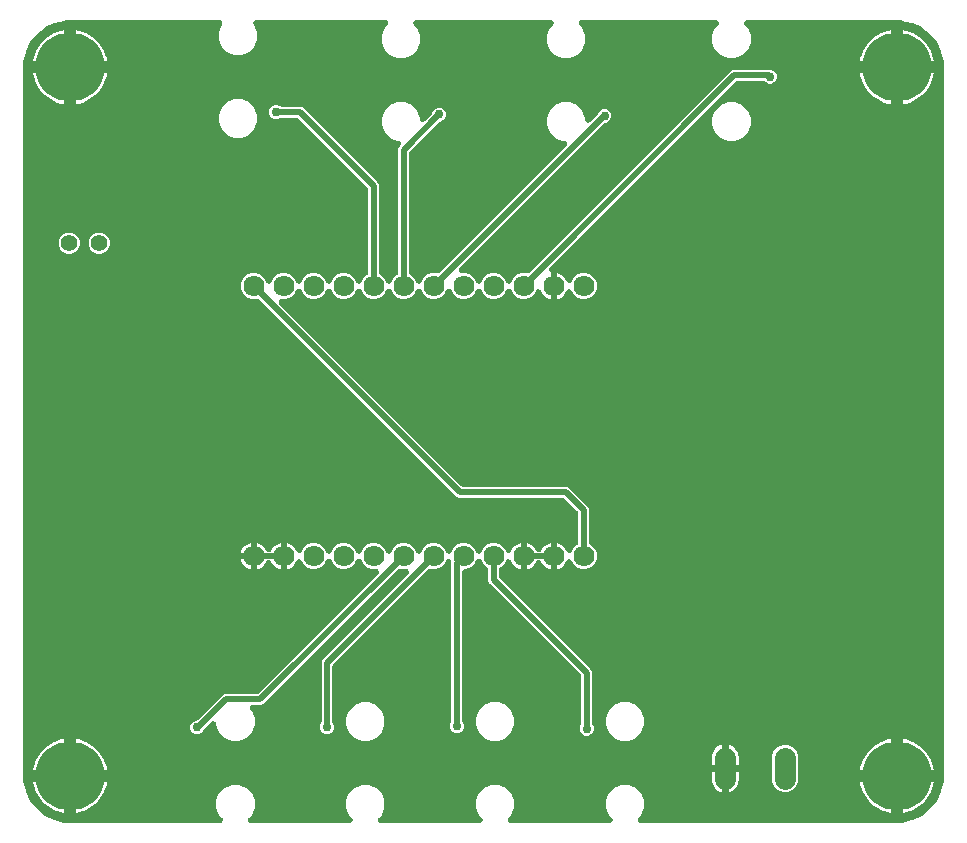
<source format=gbr>
G04 EAGLE Gerber RS-274X export*
G75*
%MOMM*%
%FSLAX34Y34*%
%LPD*%
%INBottom Copper*%
%IPPOS*%
%AMOC8*
5,1,8,0,0,1.08239X$1,22.5*%
G01*
%ADD10C,1.400000*%
%ADD11C,1.780000*%
%ADD12C,5.842000*%
%ADD13C,1.790700*%
%ADD14C,0.756400*%
%ADD15C,0.508000*%

G36*
X176984Y10172D02*
X176984Y10172D01*
X177114Y10174D01*
X177207Y10192D01*
X177303Y10201D01*
X177428Y10235D01*
X177556Y10260D01*
X177645Y10294D01*
X177737Y10319D01*
X177854Y10375D01*
X177976Y10422D01*
X178058Y10472D01*
X178144Y10513D01*
X178249Y10588D01*
X178361Y10656D01*
X178432Y10719D01*
X178510Y10775D01*
X178601Y10868D01*
X178698Y10954D01*
X178757Y11029D01*
X178824Y11097D01*
X178897Y11205D01*
X178977Y11307D01*
X179023Y11391D01*
X179076Y11470D01*
X179129Y11589D01*
X179190Y11704D01*
X179220Y11795D01*
X179258Y11882D01*
X179289Y12009D01*
X179329Y12132D01*
X179342Y12227D01*
X179365Y12320D01*
X179373Y12449D01*
X179391Y12578D01*
X179387Y12674D01*
X179393Y12769D01*
X179378Y12898D01*
X179372Y13028D01*
X179352Y13121D01*
X179340Y13216D01*
X179303Y13341D01*
X179275Y13468D01*
X179238Y13556D01*
X179210Y13647D01*
X179151Y13763D01*
X179101Y13883D01*
X179049Y13963D01*
X179006Y14049D01*
X178927Y14152D01*
X178857Y14261D01*
X178771Y14359D01*
X178734Y14407D01*
X178701Y14438D01*
X178650Y14496D01*
X176300Y16846D01*
X173839Y22785D01*
X173839Y29215D01*
X176300Y35154D01*
X180846Y39700D01*
X186785Y42161D01*
X193215Y42161D01*
X199154Y39700D01*
X203700Y35154D01*
X206161Y29215D01*
X206161Y22785D01*
X203700Y16846D01*
X201350Y14496D01*
X201267Y14396D01*
X201176Y14303D01*
X201123Y14223D01*
X201061Y14150D01*
X200997Y14037D01*
X200924Y13930D01*
X200885Y13842D01*
X200838Y13759D01*
X200794Y13637D01*
X200742Y13518D01*
X200719Y13425D01*
X200687Y13335D01*
X200666Y13207D01*
X200635Y13080D01*
X200629Y12985D01*
X200614Y12891D01*
X200615Y12761D01*
X200607Y12631D01*
X200618Y12536D01*
X200620Y12440D01*
X200644Y12313D01*
X200660Y12184D01*
X200687Y12092D01*
X200705Y11998D01*
X200752Y11877D01*
X200790Y11753D01*
X200833Y11667D01*
X200868Y11578D01*
X200935Y11467D01*
X200994Y11351D01*
X201052Y11275D01*
X201102Y11194D01*
X201188Y11096D01*
X201266Y10993D01*
X201336Y10928D01*
X201400Y10856D01*
X201502Y10776D01*
X201597Y10687D01*
X201678Y10636D01*
X201753Y10577D01*
X201867Y10516D01*
X201977Y10446D01*
X202065Y10409D01*
X202150Y10364D01*
X202273Y10324D01*
X202394Y10275D01*
X202487Y10255D01*
X202578Y10225D01*
X202707Y10207D01*
X202834Y10180D01*
X202963Y10172D01*
X203024Y10164D01*
X203069Y10165D01*
X203146Y10161D01*
X286854Y10161D01*
X286984Y10172D01*
X287114Y10174D01*
X287207Y10192D01*
X287303Y10201D01*
X287428Y10235D01*
X287556Y10260D01*
X287645Y10294D01*
X287737Y10319D01*
X287854Y10375D01*
X287976Y10422D01*
X288058Y10472D01*
X288144Y10513D01*
X288249Y10588D01*
X288361Y10656D01*
X288432Y10719D01*
X288510Y10775D01*
X288601Y10868D01*
X288698Y10954D01*
X288757Y11029D01*
X288824Y11097D01*
X288897Y11205D01*
X288977Y11307D01*
X289023Y11391D01*
X289076Y11470D01*
X289129Y11589D01*
X289190Y11704D01*
X289220Y11795D01*
X289258Y11882D01*
X289289Y12009D01*
X289329Y12132D01*
X289342Y12227D01*
X289365Y12320D01*
X289373Y12449D01*
X289391Y12578D01*
X289387Y12674D01*
X289393Y12769D01*
X289378Y12898D01*
X289372Y13028D01*
X289352Y13121D01*
X289340Y13216D01*
X289303Y13341D01*
X289275Y13468D01*
X289238Y13556D01*
X289210Y13647D01*
X289151Y13763D01*
X289101Y13883D01*
X289049Y13963D01*
X289006Y14049D01*
X288927Y14152D01*
X288857Y14261D01*
X288771Y14359D01*
X288734Y14407D01*
X288701Y14438D01*
X288650Y14496D01*
X286300Y16846D01*
X283839Y22785D01*
X283839Y29215D01*
X286300Y35154D01*
X290846Y39700D01*
X296785Y42161D01*
X303215Y42161D01*
X309154Y39700D01*
X313700Y35154D01*
X316161Y29215D01*
X316161Y22785D01*
X313700Y16846D01*
X311350Y14496D01*
X311267Y14396D01*
X311176Y14303D01*
X311123Y14223D01*
X311061Y14150D01*
X310997Y14037D01*
X310924Y13930D01*
X310885Y13842D01*
X310838Y13759D01*
X310794Y13637D01*
X310742Y13518D01*
X310719Y13425D01*
X310687Y13335D01*
X310666Y13207D01*
X310635Y13080D01*
X310629Y12985D01*
X310614Y12891D01*
X310615Y12761D01*
X310607Y12631D01*
X310618Y12536D01*
X310620Y12440D01*
X310644Y12313D01*
X310660Y12184D01*
X310687Y12092D01*
X310705Y11998D01*
X310752Y11877D01*
X310790Y11753D01*
X310833Y11667D01*
X310868Y11578D01*
X310935Y11467D01*
X310994Y11351D01*
X311052Y11275D01*
X311102Y11194D01*
X311188Y11096D01*
X311266Y10993D01*
X311336Y10928D01*
X311400Y10856D01*
X311502Y10776D01*
X311597Y10687D01*
X311678Y10636D01*
X311753Y10577D01*
X311867Y10516D01*
X311977Y10446D01*
X312065Y10409D01*
X312150Y10364D01*
X312273Y10324D01*
X312394Y10275D01*
X312487Y10255D01*
X312578Y10225D01*
X312707Y10207D01*
X312834Y10180D01*
X312963Y10172D01*
X313024Y10164D01*
X313069Y10165D01*
X313146Y10161D01*
X396854Y10161D01*
X396984Y10172D01*
X397114Y10174D01*
X397207Y10192D01*
X397303Y10201D01*
X397428Y10235D01*
X397556Y10260D01*
X397645Y10294D01*
X397737Y10319D01*
X397854Y10375D01*
X397976Y10422D01*
X398058Y10472D01*
X398144Y10513D01*
X398249Y10588D01*
X398361Y10656D01*
X398432Y10719D01*
X398510Y10775D01*
X398601Y10868D01*
X398698Y10954D01*
X398757Y11029D01*
X398824Y11097D01*
X398897Y11205D01*
X398977Y11307D01*
X399023Y11391D01*
X399076Y11470D01*
X399129Y11589D01*
X399190Y11704D01*
X399220Y11795D01*
X399258Y11882D01*
X399289Y12009D01*
X399329Y12132D01*
X399342Y12227D01*
X399365Y12320D01*
X399373Y12449D01*
X399391Y12578D01*
X399387Y12674D01*
X399393Y12769D01*
X399378Y12898D01*
X399372Y13028D01*
X399352Y13121D01*
X399340Y13216D01*
X399303Y13341D01*
X399275Y13468D01*
X399238Y13556D01*
X399210Y13647D01*
X399151Y13763D01*
X399101Y13883D01*
X399049Y13963D01*
X399006Y14049D01*
X398927Y14152D01*
X398857Y14261D01*
X398771Y14359D01*
X398734Y14407D01*
X398701Y14438D01*
X398650Y14496D01*
X396300Y16846D01*
X393839Y22785D01*
X393839Y29215D01*
X396300Y35154D01*
X400846Y39700D01*
X406785Y42161D01*
X413215Y42161D01*
X419154Y39700D01*
X423700Y35154D01*
X426161Y29215D01*
X426161Y22785D01*
X423700Y16846D01*
X421350Y14496D01*
X421267Y14396D01*
X421176Y14303D01*
X421123Y14223D01*
X421061Y14150D01*
X420997Y14037D01*
X420924Y13930D01*
X420885Y13842D01*
X420838Y13759D01*
X420794Y13637D01*
X420742Y13518D01*
X420719Y13425D01*
X420687Y13335D01*
X420666Y13207D01*
X420635Y13080D01*
X420629Y12985D01*
X420614Y12891D01*
X420615Y12761D01*
X420607Y12631D01*
X420618Y12536D01*
X420620Y12440D01*
X420644Y12313D01*
X420660Y12184D01*
X420687Y12092D01*
X420705Y11998D01*
X420752Y11877D01*
X420790Y11753D01*
X420833Y11667D01*
X420868Y11578D01*
X420935Y11467D01*
X420994Y11351D01*
X421052Y11275D01*
X421102Y11194D01*
X421188Y11096D01*
X421266Y10993D01*
X421336Y10928D01*
X421400Y10856D01*
X421502Y10776D01*
X421597Y10687D01*
X421678Y10636D01*
X421753Y10577D01*
X421867Y10516D01*
X421977Y10446D01*
X422065Y10409D01*
X422150Y10364D01*
X422273Y10324D01*
X422394Y10275D01*
X422487Y10255D01*
X422578Y10225D01*
X422707Y10207D01*
X422834Y10180D01*
X422963Y10172D01*
X423024Y10164D01*
X423069Y10165D01*
X423146Y10161D01*
X506854Y10161D01*
X506984Y10172D01*
X507114Y10174D01*
X507207Y10192D01*
X507303Y10201D01*
X507428Y10235D01*
X507556Y10260D01*
X507645Y10294D01*
X507737Y10319D01*
X507854Y10375D01*
X507976Y10422D01*
X508058Y10472D01*
X508144Y10513D01*
X508249Y10588D01*
X508361Y10656D01*
X508432Y10719D01*
X508510Y10775D01*
X508601Y10868D01*
X508698Y10954D01*
X508757Y11029D01*
X508824Y11097D01*
X508897Y11205D01*
X508977Y11307D01*
X509023Y11391D01*
X509076Y11470D01*
X509129Y11589D01*
X509190Y11704D01*
X509220Y11795D01*
X509258Y11882D01*
X509289Y12009D01*
X509329Y12132D01*
X509342Y12227D01*
X509365Y12320D01*
X509373Y12449D01*
X509391Y12578D01*
X509387Y12674D01*
X509393Y12769D01*
X509378Y12898D01*
X509372Y13028D01*
X509352Y13121D01*
X509340Y13216D01*
X509303Y13341D01*
X509275Y13468D01*
X509238Y13556D01*
X509210Y13647D01*
X509151Y13763D01*
X509101Y13883D01*
X509049Y13963D01*
X509006Y14049D01*
X508927Y14152D01*
X508857Y14261D01*
X508771Y14359D01*
X508734Y14407D01*
X508701Y14438D01*
X508650Y14496D01*
X506300Y16846D01*
X503839Y22785D01*
X503839Y29215D01*
X506300Y35154D01*
X510846Y39700D01*
X516785Y42161D01*
X523215Y42161D01*
X529154Y39700D01*
X533700Y35154D01*
X536161Y29215D01*
X536161Y22785D01*
X533700Y16846D01*
X531350Y14496D01*
X531267Y14396D01*
X531176Y14303D01*
X531123Y14223D01*
X531061Y14150D01*
X530997Y14037D01*
X530924Y13930D01*
X530885Y13842D01*
X530838Y13759D01*
X530794Y13637D01*
X530742Y13518D01*
X530719Y13425D01*
X530687Y13335D01*
X530666Y13207D01*
X530635Y13080D01*
X530629Y12985D01*
X530614Y12891D01*
X530615Y12761D01*
X530607Y12631D01*
X530618Y12536D01*
X530620Y12440D01*
X530644Y12313D01*
X530660Y12184D01*
X530687Y12092D01*
X530705Y11998D01*
X530752Y11877D01*
X530790Y11753D01*
X530833Y11667D01*
X530868Y11578D01*
X530935Y11467D01*
X530994Y11351D01*
X531052Y11275D01*
X531102Y11194D01*
X531188Y11096D01*
X531266Y10993D01*
X531336Y10928D01*
X531400Y10856D01*
X531502Y10776D01*
X531597Y10687D01*
X531678Y10636D01*
X531753Y10577D01*
X531867Y10516D01*
X531977Y10446D01*
X532065Y10409D01*
X532150Y10364D01*
X532273Y10324D01*
X532394Y10275D01*
X532487Y10255D01*
X532578Y10225D01*
X532707Y10207D01*
X532834Y10180D01*
X532963Y10172D01*
X533024Y10164D01*
X533069Y10165D01*
X533146Y10161D01*
X750000Y10161D01*
X750051Y10165D01*
X750142Y10165D01*
X754319Y10399D01*
X754375Y10408D01*
X754433Y10408D01*
X754741Y10459D01*
X762884Y12318D01*
X763007Y12357D01*
X763132Y12387D01*
X763254Y12437D01*
X763313Y12456D01*
X763352Y12477D01*
X763421Y12505D01*
X770947Y16129D01*
X771057Y16195D01*
X771172Y16252D01*
X771280Y16328D01*
X771333Y16360D01*
X771367Y16389D01*
X771428Y16432D01*
X777958Y21640D01*
X778051Y21728D01*
X778151Y21810D01*
X778240Y21908D01*
X778284Y21951D01*
X778310Y21986D01*
X778360Y22042D01*
X783568Y28572D01*
X783639Y28679D01*
X783718Y28781D01*
X783783Y28896D01*
X783817Y28948D01*
X783834Y28988D01*
X783871Y29053D01*
X787495Y36579D01*
X787540Y36699D01*
X787594Y36816D01*
X787632Y36943D01*
X787653Y37000D01*
X787661Y37043D01*
X787682Y37116D01*
X789541Y45259D01*
X789549Y45316D01*
X789564Y45371D01*
X789601Y45681D01*
X789835Y49858D01*
X789834Y49908D01*
X789839Y50000D01*
X789839Y650000D01*
X789835Y650051D01*
X789835Y650116D01*
X789835Y650121D01*
X789835Y650123D01*
X789835Y650142D01*
X789601Y654319D01*
X789592Y654375D01*
X789592Y654433D01*
X789541Y654741D01*
X787682Y662884D01*
X787643Y663007D01*
X787613Y663132D01*
X787563Y663254D01*
X787544Y663313D01*
X787523Y663352D01*
X787495Y663421D01*
X783871Y670947D01*
X783805Y671057D01*
X783748Y671172D01*
X783672Y671280D01*
X783640Y671333D01*
X783611Y671367D01*
X783568Y671428D01*
X778360Y677958D01*
X778272Y678051D01*
X778190Y678151D01*
X778092Y678240D01*
X778049Y678284D01*
X778014Y678310D01*
X777958Y678360D01*
X771428Y683568D01*
X771321Y683639D01*
X771219Y683718D01*
X771104Y683783D01*
X771052Y683817D01*
X771012Y683834D01*
X770947Y683871D01*
X763421Y687495D01*
X763301Y687540D01*
X763184Y687594D01*
X763057Y687632D01*
X763000Y687653D01*
X762957Y687661D01*
X762884Y687682D01*
X754741Y689541D01*
X754684Y689549D01*
X754629Y689564D01*
X754319Y689601D01*
X750142Y689835D01*
X750092Y689834D01*
X750000Y689839D01*
X623146Y689839D01*
X623016Y689828D01*
X622886Y689826D01*
X622793Y689808D01*
X622697Y689799D01*
X622572Y689765D01*
X622444Y689740D01*
X622355Y689706D01*
X622263Y689681D01*
X622146Y689625D01*
X622024Y689578D01*
X621942Y689528D01*
X621856Y689487D01*
X621751Y689412D01*
X621639Y689344D01*
X621568Y689281D01*
X621490Y689225D01*
X621399Y689132D01*
X621302Y689046D01*
X621243Y688971D01*
X621176Y688903D01*
X621103Y688795D01*
X621023Y688693D01*
X620977Y688609D01*
X620924Y688530D01*
X620871Y688411D01*
X620810Y688296D01*
X620780Y688205D01*
X620742Y688118D01*
X620711Y687991D01*
X620671Y687868D01*
X620658Y687773D01*
X620635Y687680D01*
X620627Y687551D01*
X620609Y687422D01*
X620613Y687326D01*
X620607Y687231D01*
X620622Y687102D01*
X620628Y686972D01*
X620648Y686879D01*
X620660Y686784D01*
X620697Y686659D01*
X620725Y686532D01*
X620762Y686444D01*
X620790Y686353D01*
X620849Y686237D01*
X620899Y686117D01*
X620951Y686037D01*
X620994Y685951D01*
X621073Y685848D01*
X621143Y685739D01*
X621229Y685641D01*
X621266Y685593D01*
X621299Y685562D01*
X621350Y685504D01*
X623700Y683154D01*
X626161Y677215D01*
X626161Y670785D01*
X623700Y664846D01*
X619154Y660300D01*
X613215Y657839D01*
X606785Y657839D01*
X600846Y660300D01*
X596300Y664846D01*
X593839Y670785D01*
X593839Y677215D01*
X596300Y683154D01*
X598650Y685504D01*
X598733Y685604D01*
X598824Y685697D01*
X598877Y685777D01*
X598939Y685850D01*
X599003Y685963D01*
X599076Y686070D01*
X599115Y686158D01*
X599162Y686241D01*
X599206Y686363D01*
X599258Y686482D01*
X599281Y686575D01*
X599313Y686665D01*
X599334Y686793D01*
X599365Y686920D01*
X599371Y687015D01*
X599386Y687109D01*
X599385Y687239D01*
X599393Y687369D01*
X599382Y687464D01*
X599380Y687560D01*
X599356Y687687D01*
X599340Y687816D01*
X599313Y687908D01*
X599295Y688002D01*
X599248Y688123D01*
X599210Y688247D01*
X599167Y688333D01*
X599132Y688422D01*
X599065Y688533D01*
X599006Y688649D01*
X598948Y688725D01*
X598898Y688806D01*
X598812Y688904D01*
X598734Y689007D01*
X598664Y689072D01*
X598600Y689144D01*
X598498Y689224D01*
X598403Y689313D01*
X598322Y689364D01*
X598247Y689423D01*
X598133Y689484D01*
X598023Y689554D01*
X597935Y689591D01*
X597850Y689636D01*
X597727Y689676D01*
X597606Y689725D01*
X597513Y689745D01*
X597422Y689775D01*
X597293Y689793D01*
X597166Y689820D01*
X597037Y689828D01*
X596976Y689836D01*
X596931Y689835D01*
X596854Y689839D01*
X483146Y689839D01*
X483016Y689828D01*
X482886Y689826D01*
X482793Y689808D01*
X482697Y689799D01*
X482572Y689765D01*
X482444Y689740D01*
X482355Y689706D01*
X482263Y689681D01*
X482146Y689625D01*
X482024Y689578D01*
X481942Y689528D01*
X481856Y689487D01*
X481751Y689412D01*
X481639Y689344D01*
X481568Y689281D01*
X481490Y689225D01*
X481399Y689132D01*
X481302Y689046D01*
X481243Y688971D01*
X481176Y688903D01*
X481103Y688795D01*
X481023Y688693D01*
X480977Y688609D01*
X480924Y688530D01*
X480871Y688411D01*
X480810Y688296D01*
X480780Y688205D01*
X480742Y688118D01*
X480711Y687991D01*
X480671Y687868D01*
X480658Y687773D01*
X480635Y687680D01*
X480627Y687551D01*
X480609Y687422D01*
X480613Y687326D01*
X480607Y687231D01*
X480622Y687102D01*
X480628Y686972D01*
X480648Y686879D01*
X480660Y686784D01*
X480697Y686659D01*
X480725Y686532D01*
X480762Y686444D01*
X480790Y686353D01*
X480849Y686237D01*
X480899Y686117D01*
X480951Y686037D01*
X480994Y685951D01*
X481073Y685848D01*
X481143Y685739D01*
X481229Y685641D01*
X481266Y685593D01*
X481299Y685562D01*
X481350Y685504D01*
X483700Y683154D01*
X486161Y677215D01*
X486161Y670785D01*
X483700Y664846D01*
X479154Y660300D01*
X473215Y657839D01*
X466785Y657839D01*
X460846Y660300D01*
X456300Y664846D01*
X453839Y670785D01*
X453839Y677215D01*
X456300Y683154D01*
X458650Y685504D01*
X458733Y685604D01*
X458824Y685697D01*
X458877Y685777D01*
X458939Y685850D01*
X459003Y685963D01*
X459076Y686070D01*
X459115Y686158D01*
X459162Y686241D01*
X459206Y686363D01*
X459258Y686482D01*
X459281Y686575D01*
X459313Y686665D01*
X459334Y686793D01*
X459365Y686920D01*
X459371Y687015D01*
X459386Y687109D01*
X459385Y687239D01*
X459393Y687369D01*
X459382Y687464D01*
X459380Y687560D01*
X459356Y687687D01*
X459340Y687816D01*
X459313Y687908D01*
X459295Y688002D01*
X459248Y688123D01*
X459210Y688247D01*
X459167Y688333D01*
X459132Y688422D01*
X459065Y688533D01*
X459006Y688649D01*
X458948Y688725D01*
X458898Y688806D01*
X458812Y688904D01*
X458734Y689007D01*
X458664Y689072D01*
X458600Y689144D01*
X458498Y689224D01*
X458403Y689313D01*
X458322Y689364D01*
X458247Y689423D01*
X458133Y689484D01*
X458023Y689554D01*
X457935Y689591D01*
X457850Y689636D01*
X457727Y689676D01*
X457606Y689725D01*
X457513Y689745D01*
X457422Y689775D01*
X457293Y689793D01*
X457166Y689820D01*
X457037Y689828D01*
X456976Y689836D01*
X456931Y689835D01*
X456854Y689839D01*
X343146Y689839D01*
X343016Y689828D01*
X342886Y689826D01*
X342793Y689808D01*
X342697Y689799D01*
X342572Y689765D01*
X342444Y689740D01*
X342355Y689706D01*
X342263Y689681D01*
X342146Y689625D01*
X342024Y689578D01*
X341942Y689528D01*
X341856Y689487D01*
X341751Y689412D01*
X341639Y689344D01*
X341568Y689281D01*
X341490Y689225D01*
X341399Y689132D01*
X341302Y689046D01*
X341243Y688971D01*
X341176Y688903D01*
X341103Y688795D01*
X341023Y688693D01*
X340977Y688609D01*
X340924Y688530D01*
X340871Y688411D01*
X340810Y688296D01*
X340780Y688205D01*
X340742Y688118D01*
X340711Y687991D01*
X340671Y687868D01*
X340658Y687773D01*
X340635Y687680D01*
X340627Y687551D01*
X340609Y687422D01*
X340613Y687326D01*
X340607Y687231D01*
X340622Y687102D01*
X340628Y686972D01*
X340648Y686879D01*
X340660Y686784D01*
X340697Y686659D01*
X340725Y686532D01*
X340762Y686444D01*
X340790Y686353D01*
X340849Y686237D01*
X340899Y686117D01*
X340951Y686037D01*
X340994Y685951D01*
X341073Y685848D01*
X341143Y685739D01*
X341229Y685641D01*
X341266Y685593D01*
X341299Y685562D01*
X341350Y685504D01*
X343700Y683154D01*
X346161Y677215D01*
X346161Y670785D01*
X343700Y664846D01*
X339154Y660300D01*
X333215Y657839D01*
X326785Y657839D01*
X320846Y660300D01*
X316300Y664846D01*
X313839Y670785D01*
X313839Y677215D01*
X316300Y683154D01*
X318650Y685504D01*
X318733Y685604D01*
X318824Y685697D01*
X318877Y685777D01*
X318939Y685850D01*
X319003Y685963D01*
X319076Y686070D01*
X319115Y686158D01*
X319162Y686241D01*
X319206Y686363D01*
X319258Y686482D01*
X319281Y686575D01*
X319313Y686665D01*
X319334Y686793D01*
X319365Y686920D01*
X319371Y687015D01*
X319386Y687109D01*
X319385Y687239D01*
X319393Y687369D01*
X319382Y687464D01*
X319380Y687560D01*
X319356Y687687D01*
X319340Y687816D01*
X319313Y687908D01*
X319295Y688002D01*
X319248Y688123D01*
X319210Y688247D01*
X319167Y688333D01*
X319132Y688422D01*
X319065Y688533D01*
X319006Y688649D01*
X318948Y688725D01*
X318898Y688806D01*
X318812Y688904D01*
X318734Y689007D01*
X318664Y689072D01*
X318600Y689144D01*
X318498Y689224D01*
X318403Y689313D01*
X318322Y689364D01*
X318247Y689423D01*
X318133Y689484D01*
X318023Y689554D01*
X317935Y689591D01*
X317850Y689636D01*
X317727Y689676D01*
X317606Y689725D01*
X317513Y689745D01*
X317422Y689775D01*
X317293Y689793D01*
X317166Y689820D01*
X317037Y689828D01*
X316976Y689836D01*
X316931Y689835D01*
X316854Y689839D01*
X207616Y689839D01*
X207486Y689828D01*
X207356Y689826D01*
X207262Y689808D01*
X207167Y689799D01*
X207042Y689765D01*
X206914Y689740D01*
X206825Y689706D01*
X206733Y689681D01*
X206616Y689625D01*
X206494Y689578D01*
X206412Y689528D01*
X206326Y689487D01*
X206221Y689412D01*
X206109Y689344D01*
X206038Y689281D01*
X205960Y689225D01*
X205869Y689132D01*
X205772Y689046D01*
X205713Y688971D01*
X205646Y688903D01*
X205573Y688795D01*
X205493Y688693D01*
X205447Y688609D01*
X205394Y688530D01*
X205341Y688411D01*
X205280Y688296D01*
X205250Y688205D01*
X205212Y688118D01*
X205181Y687991D01*
X205141Y687868D01*
X205128Y687773D01*
X205105Y687680D01*
X205097Y687551D01*
X205079Y687422D01*
X205083Y687326D01*
X205077Y687231D01*
X205092Y687102D01*
X205098Y686972D01*
X205118Y686879D01*
X205130Y686784D01*
X205167Y686659D01*
X205195Y686532D01*
X205232Y686444D01*
X205260Y686353D01*
X205319Y686237D01*
X205369Y686117D01*
X205421Y686037D01*
X205464Y685951D01*
X205543Y685848D01*
X205610Y685744D01*
X208091Y679755D01*
X208091Y673325D01*
X205630Y667386D01*
X201084Y662840D01*
X195145Y660379D01*
X188715Y660379D01*
X182776Y662840D01*
X178230Y667386D01*
X175769Y673325D01*
X175769Y679755D01*
X178258Y685762D01*
X178267Y685777D01*
X178329Y685850D01*
X178393Y685963D01*
X178466Y686070D01*
X178505Y686158D01*
X178552Y686241D01*
X178596Y686363D01*
X178648Y686482D01*
X178671Y686575D01*
X178703Y686665D01*
X178724Y686793D01*
X178755Y686920D01*
X178761Y687015D01*
X178776Y687109D01*
X178775Y687239D01*
X178783Y687369D01*
X178772Y687464D01*
X178770Y687559D01*
X178746Y687687D01*
X178730Y687816D01*
X178703Y687908D01*
X178685Y688001D01*
X178638Y688123D01*
X178600Y688247D01*
X178557Y688332D01*
X178522Y688421D01*
X178455Y688533D01*
X178396Y688649D01*
X178338Y688725D01*
X178289Y688806D01*
X178202Y688904D01*
X178124Y689007D01*
X178054Y689072D01*
X177990Y689144D01*
X177888Y689224D01*
X177793Y689313D01*
X177712Y689364D01*
X177637Y689423D01*
X177523Y689484D01*
X177413Y689554D01*
X177325Y689591D01*
X177241Y689636D01*
X177117Y689676D01*
X176996Y689725D01*
X176903Y689745D01*
X176812Y689775D01*
X176683Y689793D01*
X176556Y689820D01*
X176426Y689828D01*
X176366Y689836D01*
X176322Y689835D01*
X176244Y689839D01*
X50000Y689839D01*
X49949Y689835D01*
X49858Y689835D01*
X45681Y689601D01*
X45625Y689592D01*
X45567Y689592D01*
X45259Y689541D01*
X37116Y687682D01*
X36993Y687643D01*
X36868Y687613D01*
X36746Y687563D01*
X36687Y687544D01*
X36648Y687523D01*
X36579Y687495D01*
X29053Y683871D01*
X28943Y683805D01*
X28828Y683748D01*
X28719Y683672D01*
X28667Y683640D01*
X28633Y683611D01*
X28572Y683568D01*
X22042Y678360D01*
X21949Y678272D01*
X21849Y678190D01*
X21760Y678092D01*
X21716Y678050D01*
X21690Y678014D01*
X21640Y677958D01*
X16432Y671428D01*
X16361Y671321D01*
X16282Y671219D01*
X16217Y671104D01*
X16183Y671052D01*
X16166Y671012D01*
X16129Y670947D01*
X12505Y663421D01*
X12460Y663301D01*
X12406Y663184D01*
X12368Y663057D01*
X12347Y663000D01*
X12339Y662957D01*
X12318Y662884D01*
X10459Y654741D01*
X10451Y654684D01*
X10436Y654629D01*
X10399Y654319D01*
X10165Y650142D01*
X10166Y650092D01*
X10161Y650000D01*
X10161Y50000D01*
X10165Y49949D01*
X10165Y49858D01*
X10399Y45681D01*
X10408Y45625D01*
X10408Y45567D01*
X10459Y45259D01*
X12318Y37116D01*
X12357Y36993D01*
X12387Y36868D01*
X12437Y36746D01*
X12456Y36687D01*
X12477Y36648D01*
X12505Y36579D01*
X16129Y29053D01*
X16195Y28943D01*
X16252Y28828D01*
X16328Y28720D01*
X16360Y28667D01*
X16389Y28633D01*
X16432Y28572D01*
X21640Y22042D01*
X21728Y21949D01*
X21810Y21849D01*
X21908Y21760D01*
X21951Y21716D01*
X21986Y21690D01*
X22042Y21640D01*
X28572Y16432D01*
X28679Y16361D01*
X28781Y16282D01*
X28896Y16217D01*
X28948Y16183D01*
X28988Y16166D01*
X29053Y16129D01*
X36579Y12505D01*
X36699Y12460D01*
X36816Y12406D01*
X36943Y12368D01*
X37000Y12347D01*
X37043Y12339D01*
X37116Y12318D01*
X45259Y10459D01*
X45316Y10451D01*
X45371Y10436D01*
X45681Y10399D01*
X49858Y10165D01*
X49908Y10166D01*
X50000Y10161D01*
X176854Y10161D01*
X176984Y10172D01*
G37*
%LPC*%
G36*
X462039Y236100D02*
X462039Y236100D01*
X462039Y247281D01*
X462179Y247259D01*
X463892Y246703D01*
X465496Y245885D01*
X466953Y244827D01*
X468227Y243553D01*
X469285Y242096D01*
X470165Y240369D01*
X470246Y240179D01*
X470248Y240175D01*
X470250Y240171D01*
X470373Y239985D01*
X470493Y239803D01*
X470496Y239799D01*
X470498Y239796D01*
X470652Y239634D01*
X470802Y239476D01*
X470806Y239473D01*
X470809Y239470D01*
X470987Y239339D01*
X471165Y239208D01*
X471169Y239206D01*
X471172Y239204D01*
X471370Y239107D01*
X471569Y239009D01*
X471573Y239008D01*
X471577Y239006D01*
X471786Y238947D01*
X472001Y238885D01*
X472006Y238884D01*
X472010Y238883D01*
X472230Y238861D01*
X472449Y238839D01*
X472454Y238839D01*
X472458Y238838D01*
X472681Y238856D01*
X472898Y238872D01*
X472903Y238873D01*
X472907Y238874D01*
X473121Y238930D01*
X473334Y238985D01*
X473338Y238987D01*
X473343Y238988D01*
X473542Y239080D01*
X473743Y239172D01*
X473747Y239175D01*
X473751Y239177D01*
X473933Y239304D01*
X474113Y239429D01*
X474116Y239433D01*
X474120Y239435D01*
X474278Y239594D01*
X474432Y239748D01*
X474434Y239751D01*
X474438Y239755D01*
X474563Y239936D01*
X474689Y240117D01*
X474691Y240121D01*
X474693Y240125D01*
X474831Y240406D01*
X475616Y242303D01*
X478697Y245384D01*
X478742Y245402D01*
X478929Y245500D01*
X479119Y245597D01*
X479129Y245604D01*
X479141Y245611D01*
X479309Y245741D01*
X479477Y245869D01*
X479486Y245878D01*
X479497Y245886D01*
X479639Y246043D01*
X479783Y246200D01*
X479790Y246211D01*
X479798Y246221D01*
X479910Y246400D01*
X480024Y246579D01*
X480029Y246592D01*
X480036Y246603D01*
X480115Y246801D01*
X480195Y246996D01*
X480198Y247009D01*
X480203Y247021D01*
X480245Y247228D01*
X480290Y247436D01*
X480291Y247452D01*
X480293Y247462D01*
X480294Y247502D01*
X480309Y247748D01*
X480309Y272147D01*
X480295Y272310D01*
X480288Y272475D01*
X480275Y272534D01*
X480269Y272595D01*
X480226Y272754D01*
X480190Y272914D01*
X480167Y272971D01*
X480151Y273030D01*
X480080Y273178D01*
X480017Y273330D01*
X479984Y273381D01*
X479957Y273436D01*
X479862Y273570D01*
X479772Y273708D01*
X479721Y273766D01*
X479695Y273802D01*
X479652Y273845D01*
X479566Y273942D01*
X468842Y284666D01*
X468716Y284771D01*
X468595Y284883D01*
X468544Y284915D01*
X468497Y284954D01*
X468354Y285036D01*
X468215Y285124D01*
X468159Y285148D01*
X468106Y285178D01*
X467951Y285233D01*
X467799Y285295D01*
X467739Y285308D01*
X467682Y285329D01*
X467519Y285355D01*
X467359Y285390D01*
X467282Y285395D01*
X467237Y285402D01*
X467176Y285401D01*
X467047Y285409D01*
X379287Y285409D01*
X377600Y286108D01*
X375951Y287757D01*
X210490Y453217D01*
X210327Y453354D01*
X210166Y453491D01*
X210155Y453498D01*
X210145Y453506D01*
X209961Y453612D01*
X209778Y453719D01*
X209765Y453723D01*
X209754Y453730D01*
X209553Y453801D01*
X209355Y453874D01*
X209342Y453876D01*
X209330Y453880D01*
X209119Y453915D01*
X208912Y453952D01*
X208899Y453952D01*
X208886Y453954D01*
X208672Y453951D01*
X208461Y453950D01*
X208449Y453948D01*
X208435Y453948D01*
X208225Y453907D01*
X208019Y453869D01*
X208004Y453864D01*
X207993Y453862D01*
X207956Y453848D01*
X207723Y453768D01*
X207678Y453749D01*
X203322Y453749D01*
X199297Y455416D01*
X196216Y458497D01*
X194549Y462522D01*
X194549Y466878D01*
X196216Y470903D01*
X199297Y473984D01*
X203322Y475651D01*
X207678Y475651D01*
X211703Y473984D01*
X214784Y470903D01*
X215854Y468319D01*
X215914Y468203D01*
X215966Y468084D01*
X216018Y468004D01*
X216063Y467920D01*
X216142Y467817D01*
X216214Y467708D01*
X216280Y467639D01*
X216338Y467564D01*
X216435Y467477D01*
X216525Y467382D01*
X216602Y467326D01*
X216673Y467262D01*
X216783Y467193D01*
X216888Y467117D01*
X216974Y467075D01*
X217055Y467024D01*
X217176Y466976D01*
X217292Y466919D01*
X217384Y466893D01*
X217473Y466857D01*
X217601Y466831D01*
X217726Y466796D01*
X217821Y466787D01*
X217914Y466767D01*
X218044Y466764D01*
X218174Y466751D01*
X218269Y466759D01*
X218364Y466757D01*
X218493Y466776D01*
X218623Y466787D01*
X218715Y466811D01*
X218809Y466825D01*
X218933Y466868D01*
X219058Y466901D01*
X219145Y466941D01*
X219235Y466972D01*
X219349Y467035D01*
X219467Y467090D01*
X219545Y467145D01*
X219628Y467191D01*
X219729Y467273D01*
X219836Y467348D01*
X219903Y467416D01*
X219977Y467476D01*
X220061Y467575D01*
X220153Y467668D01*
X220207Y467746D01*
X220269Y467819D01*
X220335Y467931D01*
X220409Y468038D01*
X220466Y468155D01*
X220497Y468207D01*
X220512Y468249D01*
X220546Y468319D01*
X221616Y470903D01*
X224697Y473984D01*
X228722Y475651D01*
X233078Y475651D01*
X237103Y473984D01*
X240184Y470903D01*
X241254Y468319D01*
X241314Y468203D01*
X241366Y468084D01*
X241418Y468004D01*
X241463Y467920D01*
X241542Y467817D01*
X241614Y467708D01*
X241680Y467639D01*
X241738Y467564D01*
X241835Y467477D01*
X241925Y467382D01*
X242002Y467326D01*
X242073Y467262D01*
X242183Y467193D01*
X242288Y467117D01*
X242374Y467075D01*
X242455Y467024D01*
X242576Y466976D01*
X242692Y466919D01*
X242784Y466893D01*
X242873Y466857D01*
X243001Y466831D01*
X243126Y466796D01*
X243221Y466787D01*
X243314Y466767D01*
X243444Y466764D01*
X243574Y466751D01*
X243669Y466759D01*
X243764Y466757D01*
X243893Y466776D01*
X244023Y466787D01*
X244115Y466811D01*
X244209Y466825D01*
X244333Y466868D01*
X244458Y466901D01*
X244545Y466941D01*
X244635Y466972D01*
X244749Y467035D01*
X244867Y467090D01*
X244945Y467145D01*
X245028Y467191D01*
X245129Y467273D01*
X245236Y467348D01*
X245303Y467416D01*
X245377Y467476D01*
X245461Y467575D01*
X245553Y467668D01*
X245607Y467746D01*
X245669Y467819D01*
X245735Y467931D01*
X245809Y468038D01*
X245866Y468155D01*
X245897Y468207D01*
X245912Y468249D01*
X245946Y468319D01*
X247016Y470903D01*
X250097Y473984D01*
X254122Y475651D01*
X258478Y475651D01*
X262503Y473984D01*
X265584Y470903D01*
X266654Y468319D01*
X266714Y468203D01*
X266766Y468084D01*
X266818Y468004D01*
X266863Y467920D01*
X266942Y467817D01*
X267014Y467708D01*
X267080Y467639D01*
X267138Y467564D01*
X267235Y467477D01*
X267325Y467382D01*
X267402Y467326D01*
X267473Y467262D01*
X267583Y467193D01*
X267688Y467117D01*
X267774Y467075D01*
X267855Y467024D01*
X267976Y466976D01*
X268092Y466919D01*
X268184Y466893D01*
X268273Y466857D01*
X268401Y466831D01*
X268526Y466796D01*
X268621Y466787D01*
X268714Y466767D01*
X268844Y466764D01*
X268974Y466751D01*
X269069Y466759D01*
X269164Y466757D01*
X269293Y466776D01*
X269423Y466787D01*
X269515Y466811D01*
X269609Y466825D01*
X269733Y466868D01*
X269858Y466901D01*
X269945Y466941D01*
X270035Y466972D01*
X270149Y467035D01*
X270267Y467090D01*
X270345Y467145D01*
X270428Y467191D01*
X270529Y467273D01*
X270636Y467348D01*
X270703Y467416D01*
X270777Y467476D01*
X270861Y467575D01*
X270953Y467668D01*
X271007Y467746D01*
X271069Y467819D01*
X271135Y467931D01*
X271209Y468038D01*
X271266Y468155D01*
X271297Y468207D01*
X271312Y468249D01*
X271346Y468319D01*
X272416Y470903D01*
X275497Y473984D01*
X279522Y475651D01*
X283878Y475651D01*
X287903Y473984D01*
X290984Y470903D01*
X292054Y468319D01*
X292114Y468203D01*
X292166Y468084D01*
X292218Y468004D01*
X292263Y467920D01*
X292342Y467817D01*
X292414Y467708D01*
X292480Y467639D01*
X292538Y467564D01*
X292635Y467477D01*
X292725Y467382D01*
X292802Y467326D01*
X292873Y467262D01*
X292983Y467193D01*
X293088Y467117D01*
X293174Y467075D01*
X293255Y467024D01*
X293376Y466976D01*
X293492Y466919D01*
X293584Y466893D01*
X293673Y466857D01*
X293801Y466831D01*
X293926Y466796D01*
X294021Y466787D01*
X294114Y466767D01*
X294244Y466764D01*
X294374Y466751D01*
X294469Y466759D01*
X294564Y466757D01*
X294693Y466776D01*
X294823Y466787D01*
X294915Y466811D01*
X295009Y466825D01*
X295133Y466868D01*
X295258Y466901D01*
X295345Y466941D01*
X295435Y466972D01*
X295549Y467035D01*
X295667Y467090D01*
X295745Y467145D01*
X295828Y467191D01*
X295929Y467273D01*
X296036Y467348D01*
X296103Y467416D01*
X296177Y467476D01*
X296261Y467575D01*
X296353Y467668D01*
X296407Y467746D01*
X296469Y467819D01*
X296535Y467931D01*
X296609Y468038D01*
X296666Y468155D01*
X296697Y468207D01*
X296712Y468249D01*
X296746Y468319D01*
X297816Y470903D01*
X300897Y473984D01*
X300942Y474002D01*
X301129Y474100D01*
X301319Y474197D01*
X301329Y474204D01*
X301341Y474211D01*
X301509Y474341D01*
X301677Y474469D01*
X301686Y474478D01*
X301697Y474486D01*
X301839Y474643D01*
X301983Y474800D01*
X301990Y474811D01*
X301998Y474821D01*
X302110Y475000D01*
X302224Y475179D01*
X302229Y475192D01*
X302236Y475203D01*
X302315Y475401D01*
X302395Y475596D01*
X302398Y475609D01*
X302403Y475621D01*
X302445Y475828D01*
X302490Y476036D01*
X302491Y476052D01*
X302493Y476062D01*
X302494Y476102D01*
X302509Y476348D01*
X302509Y546377D01*
X302495Y546540D01*
X302488Y546705D01*
X302475Y546764D01*
X302469Y546825D01*
X302426Y546984D01*
X302390Y547144D01*
X302367Y547201D01*
X302351Y547260D01*
X302280Y547408D01*
X302217Y547560D01*
X302184Y547611D01*
X302157Y547666D01*
X302062Y547800D01*
X301972Y547938D01*
X301921Y547996D01*
X301895Y548032D01*
X301852Y548075D01*
X301766Y548172D01*
X243272Y606666D01*
X243146Y606771D01*
X243025Y606883D01*
X242974Y606915D01*
X242927Y606954D01*
X242784Y607036D01*
X242645Y607124D01*
X242589Y607148D01*
X242536Y607178D01*
X242381Y607233D01*
X242229Y607295D01*
X242169Y607308D01*
X242112Y607329D01*
X241949Y607355D01*
X241789Y607390D01*
X241712Y607395D01*
X241667Y607402D01*
X241606Y607401D01*
X241477Y607409D01*
X229094Y607409D01*
X228977Y607399D01*
X228860Y607399D01*
X228754Y607379D01*
X228645Y607369D01*
X228532Y607339D01*
X228418Y607318D01*
X228271Y607267D01*
X228211Y607251D01*
X228178Y607235D01*
X228122Y607216D01*
X225590Y606167D01*
X223270Y606167D01*
X221126Y607055D01*
X219485Y608696D01*
X218597Y610840D01*
X218597Y613160D01*
X219485Y615304D01*
X221126Y616945D01*
X223270Y617833D01*
X225590Y617833D01*
X228122Y616784D01*
X228234Y616749D01*
X228342Y616705D01*
X228448Y616682D01*
X228552Y616649D01*
X228668Y616635D01*
X228782Y616610D01*
X228936Y616600D01*
X228998Y616593D01*
X229035Y616594D01*
X229094Y616591D01*
X245343Y616591D01*
X247030Y615892D01*
X310992Y551930D01*
X311691Y550243D01*
X311691Y476348D01*
X311710Y476135D01*
X311726Y475925D01*
X311729Y475913D01*
X311731Y475900D01*
X311787Y475695D01*
X311840Y475490D01*
X311846Y475478D01*
X311849Y475465D01*
X311940Y475274D01*
X312029Y475081D01*
X312037Y475070D01*
X312043Y475059D01*
X312166Y474886D01*
X312288Y474713D01*
X312297Y474703D01*
X312305Y474693D01*
X312457Y474544D01*
X312607Y474395D01*
X312618Y474388D01*
X312627Y474378D01*
X312802Y474260D01*
X312978Y474139D01*
X312992Y474132D01*
X313000Y474126D01*
X313036Y474111D01*
X313258Y474002D01*
X313303Y473984D01*
X316384Y470903D01*
X317454Y468319D01*
X317514Y468203D01*
X317566Y468084D01*
X317618Y468004D01*
X317663Y467920D01*
X317742Y467817D01*
X317814Y467708D01*
X317880Y467639D01*
X317938Y467564D01*
X318035Y467477D01*
X318125Y467382D01*
X318202Y467326D01*
X318273Y467262D01*
X318383Y467193D01*
X318488Y467117D01*
X318574Y467075D01*
X318655Y467024D01*
X318776Y466976D01*
X318892Y466919D01*
X318984Y466893D01*
X319073Y466857D01*
X319201Y466831D01*
X319326Y466796D01*
X319421Y466787D01*
X319514Y466767D01*
X319644Y466764D01*
X319774Y466751D01*
X319869Y466759D01*
X319964Y466757D01*
X320093Y466776D01*
X320223Y466787D01*
X320315Y466811D01*
X320409Y466825D01*
X320533Y466868D01*
X320658Y466901D01*
X320745Y466941D01*
X320835Y466972D01*
X320949Y467035D01*
X321067Y467090D01*
X321145Y467145D01*
X321228Y467191D01*
X321329Y467273D01*
X321436Y467348D01*
X321503Y467416D01*
X321577Y467476D01*
X321661Y467575D01*
X321753Y467668D01*
X321807Y467746D01*
X321869Y467819D01*
X321935Y467931D01*
X322009Y468038D01*
X322066Y468155D01*
X322097Y468207D01*
X322112Y468249D01*
X322146Y468319D01*
X323216Y470903D01*
X326297Y473984D01*
X326342Y474002D01*
X326529Y474100D01*
X326719Y474197D01*
X326729Y474204D01*
X326741Y474211D01*
X326909Y474341D01*
X327077Y474469D01*
X327086Y474478D01*
X327097Y474486D01*
X327239Y474643D01*
X327383Y474800D01*
X327390Y474811D01*
X327398Y474821D01*
X327510Y475000D01*
X327624Y475179D01*
X327629Y475192D01*
X327636Y475203D01*
X327715Y475401D01*
X327795Y475596D01*
X327798Y475609D01*
X327803Y475621D01*
X327845Y475828D01*
X327890Y476036D01*
X327891Y476052D01*
X327893Y476062D01*
X327894Y476102D01*
X327909Y476348D01*
X327909Y580913D01*
X328608Y582600D01*
X329512Y583504D01*
X329596Y583604D01*
X329686Y583697D01*
X329740Y583777D01*
X329801Y583850D01*
X329866Y583963D01*
X329938Y584070D01*
X329977Y584158D01*
X330024Y584241D01*
X330068Y584363D01*
X330121Y584482D01*
X330143Y584575D01*
X330175Y584665D01*
X330197Y584793D01*
X330227Y584920D01*
X330233Y585015D01*
X330249Y585109D01*
X330247Y585239D01*
X330255Y585369D01*
X330244Y585464D01*
X330243Y585560D01*
X330218Y585687D01*
X330203Y585816D01*
X330175Y585908D01*
X330157Y586002D01*
X330110Y586123D01*
X330073Y586247D01*
X330029Y586333D01*
X329995Y586422D01*
X329927Y586533D01*
X329868Y586649D01*
X329811Y586725D01*
X329761Y586806D01*
X329675Y586904D01*
X329596Y587007D01*
X329526Y587072D01*
X329463Y587144D01*
X329361Y587224D01*
X329265Y587313D01*
X329185Y587364D01*
X329110Y587423D01*
X328995Y587485D01*
X328885Y587554D01*
X328797Y587591D01*
X328713Y587636D01*
X328589Y587676D01*
X328469Y587725D01*
X328375Y587745D01*
X328285Y587775D01*
X328156Y587793D01*
X328029Y587820D01*
X327899Y587828D01*
X327838Y587836D01*
X327794Y587835D01*
X327717Y587839D01*
X326785Y587839D01*
X320846Y590300D01*
X316300Y594846D01*
X313839Y600785D01*
X313839Y607215D01*
X316300Y613154D01*
X320846Y617700D01*
X326785Y620161D01*
X333215Y620161D01*
X339154Y617700D01*
X343700Y613154D01*
X346161Y607215D01*
X346161Y606283D01*
X346172Y606154D01*
X346174Y606024D01*
X346192Y605930D01*
X346201Y605835D01*
X346235Y605709D01*
X346260Y605582D01*
X346294Y605492D01*
X346319Y605400D01*
X346375Y605283D01*
X346422Y605162D01*
X346472Y605080D01*
X346513Y604994D01*
X346588Y604888D01*
X346656Y604777D01*
X346719Y604705D01*
X346775Y604628D01*
X346868Y604537D01*
X346954Y604440D01*
X347029Y604380D01*
X347097Y604314D01*
X347205Y604241D01*
X347307Y604160D01*
X347391Y604115D01*
X347470Y604062D01*
X347589Y604009D01*
X347704Y603948D01*
X347795Y603918D01*
X347882Y603879D01*
X348009Y603849D01*
X348132Y603808D01*
X348227Y603795D01*
X348320Y603773D01*
X348449Y603765D01*
X348578Y603747D01*
X348674Y603751D01*
X348769Y603745D01*
X348898Y603760D01*
X349028Y603765D01*
X349121Y603786D01*
X349216Y603797D01*
X349341Y603835D01*
X349468Y603863D01*
X349556Y603900D01*
X349647Y603927D01*
X349763Y603986D01*
X349883Y604037D01*
X349963Y604088D01*
X350049Y604132D01*
X350152Y604210D01*
X350261Y604281D01*
X350359Y604367D01*
X350407Y604404D01*
X350438Y604437D01*
X350496Y604488D01*
X355956Y609948D01*
X356031Y610038D01*
X356113Y610121D01*
X356175Y610210D01*
X356245Y610294D01*
X356303Y610395D01*
X356369Y610491D01*
X356437Y610630D01*
X356468Y610685D01*
X356480Y610719D01*
X356507Y610772D01*
X357555Y613304D01*
X359196Y614945D01*
X361340Y615833D01*
X363660Y615833D01*
X365804Y614945D01*
X367445Y613304D01*
X368333Y611160D01*
X368333Y608840D01*
X367445Y606696D01*
X365804Y605055D01*
X363272Y604007D01*
X363169Y603952D01*
X363061Y603907D01*
X362969Y603848D01*
X362873Y603798D01*
X362781Y603727D01*
X362683Y603663D01*
X362567Y603561D01*
X362517Y603522D01*
X362493Y603495D01*
X362448Y603456D01*
X337834Y578842D01*
X337729Y578716D01*
X337617Y578595D01*
X337585Y578544D01*
X337546Y578497D01*
X337464Y578354D01*
X337376Y578215D01*
X337352Y578159D01*
X337322Y578106D01*
X337267Y577951D01*
X337205Y577799D01*
X337192Y577739D01*
X337171Y577682D01*
X337145Y577519D01*
X337110Y577359D01*
X337105Y577282D01*
X337098Y577237D01*
X337099Y577176D01*
X337091Y577047D01*
X337091Y476348D01*
X337110Y476135D01*
X337126Y475925D01*
X337129Y475913D01*
X337131Y475900D01*
X337187Y475695D01*
X337240Y475490D01*
X337246Y475478D01*
X337249Y475465D01*
X337340Y475274D01*
X337429Y475081D01*
X337437Y475070D01*
X337443Y475059D01*
X337566Y474886D01*
X337688Y474713D01*
X337697Y474703D01*
X337705Y474693D01*
X337857Y474544D01*
X338007Y474395D01*
X338018Y474388D01*
X338027Y474378D01*
X338202Y474260D01*
X338378Y474139D01*
X338392Y474132D01*
X338400Y474126D01*
X338436Y474111D01*
X338658Y474002D01*
X338703Y473984D01*
X341784Y470903D01*
X342854Y468319D01*
X342914Y468203D01*
X342966Y468084D01*
X343018Y468004D01*
X343063Y467920D01*
X343142Y467817D01*
X343214Y467708D01*
X343280Y467639D01*
X343338Y467564D01*
X343435Y467477D01*
X343525Y467382D01*
X343602Y467326D01*
X343673Y467262D01*
X343783Y467193D01*
X343888Y467117D01*
X343974Y467075D01*
X344055Y467024D01*
X344176Y466976D01*
X344292Y466919D01*
X344384Y466893D01*
X344473Y466857D01*
X344601Y466831D01*
X344726Y466796D01*
X344821Y466787D01*
X344914Y466767D01*
X345044Y466764D01*
X345174Y466751D01*
X345269Y466759D01*
X345364Y466757D01*
X345493Y466776D01*
X345623Y466787D01*
X345715Y466811D01*
X345809Y466825D01*
X345933Y466868D01*
X346058Y466901D01*
X346145Y466941D01*
X346235Y466972D01*
X346349Y467035D01*
X346467Y467090D01*
X346545Y467145D01*
X346628Y467191D01*
X346729Y467273D01*
X346836Y467348D01*
X346903Y467416D01*
X346977Y467476D01*
X347061Y467575D01*
X347153Y467668D01*
X347207Y467746D01*
X347269Y467819D01*
X347335Y467931D01*
X347409Y468038D01*
X347466Y468155D01*
X347497Y468207D01*
X347512Y468249D01*
X347546Y468319D01*
X348616Y470903D01*
X351697Y473984D01*
X355722Y475651D01*
X360078Y475651D01*
X360123Y475632D01*
X360326Y475569D01*
X360527Y475503D01*
X360540Y475501D01*
X360553Y475497D01*
X360763Y475471D01*
X360973Y475442D01*
X360986Y475442D01*
X360999Y475441D01*
X361211Y475451D01*
X361423Y475460D01*
X361436Y475463D01*
X361449Y475464D01*
X361656Y475512D01*
X361863Y475558D01*
X361875Y475563D01*
X361888Y475566D01*
X362082Y475649D01*
X362278Y475731D01*
X362289Y475739D01*
X362301Y475744D01*
X362478Y475860D01*
X362656Y475976D01*
X362668Y475986D01*
X362677Y475992D01*
X362705Y476019D01*
X362890Y476183D01*
X470212Y583504D01*
X470296Y583604D01*
X470386Y583697D01*
X470440Y583777D01*
X470501Y583850D01*
X470566Y583963D01*
X470638Y584070D01*
X470677Y584158D01*
X470724Y584241D01*
X470768Y584363D01*
X470821Y584482D01*
X470843Y584575D01*
X470875Y584665D01*
X470897Y584794D01*
X470927Y584920D01*
X470933Y585015D01*
X470949Y585109D01*
X470947Y585240D01*
X470955Y585369D01*
X470944Y585464D01*
X470943Y585560D01*
X470918Y585687D01*
X470903Y585816D01*
X470875Y585908D01*
X470857Y586002D01*
X470810Y586123D01*
X470773Y586247D01*
X470729Y586332D01*
X470695Y586422D01*
X470627Y586533D01*
X470568Y586649D01*
X470511Y586725D01*
X470461Y586806D01*
X470375Y586904D01*
X470296Y587007D01*
X470226Y587072D01*
X470163Y587144D01*
X470061Y587224D01*
X469965Y587313D01*
X469884Y587364D01*
X469810Y587423D01*
X469695Y587484D01*
X469585Y587554D01*
X469497Y587591D01*
X469413Y587636D01*
X469289Y587676D01*
X469169Y587725D01*
X469075Y587745D01*
X468985Y587775D01*
X468856Y587793D01*
X468729Y587820D01*
X468599Y587828D01*
X468538Y587836D01*
X468494Y587835D01*
X468417Y587839D01*
X466785Y587839D01*
X460846Y590300D01*
X456300Y594846D01*
X453839Y600785D01*
X453839Y607215D01*
X456300Y613154D01*
X460846Y617700D01*
X466785Y620161D01*
X473215Y620161D01*
X479154Y617700D01*
X483700Y613154D01*
X486161Y607215D01*
X486161Y605583D01*
X486172Y605454D01*
X486174Y605324D01*
X486192Y605230D01*
X486201Y605135D01*
X486235Y605009D01*
X486260Y604882D01*
X486294Y604792D01*
X486319Y604700D01*
X486375Y604583D01*
X486422Y604462D01*
X486472Y604380D01*
X486513Y604294D01*
X486588Y604188D01*
X486656Y604077D01*
X486719Y604005D01*
X486775Y603928D01*
X486868Y603837D01*
X486954Y603740D01*
X487029Y603680D01*
X487097Y603614D01*
X487205Y603541D01*
X487307Y603460D01*
X487391Y603415D01*
X487470Y603362D01*
X487589Y603309D01*
X487704Y603248D01*
X487795Y603218D01*
X487882Y603179D01*
X488009Y603149D01*
X488132Y603108D01*
X488227Y603095D01*
X488320Y603073D01*
X488449Y603065D01*
X488578Y603047D01*
X488674Y603051D01*
X488769Y603045D01*
X488898Y603060D01*
X489028Y603065D01*
X489121Y603086D01*
X489216Y603097D01*
X489341Y603135D01*
X489468Y603163D01*
X489556Y603200D01*
X489647Y603227D01*
X489763Y603286D01*
X489883Y603337D01*
X489964Y603388D01*
X490049Y603432D01*
X490152Y603510D01*
X490261Y603581D01*
X490359Y603667D01*
X490407Y603704D01*
X490438Y603737D01*
X490496Y603788D01*
X496168Y609461D01*
X496243Y609550D01*
X496326Y609633D01*
X496387Y609723D01*
X496457Y609806D01*
X496515Y609907D01*
X496582Y610004D01*
X496649Y610142D01*
X496681Y610197D01*
X496693Y610231D01*
X496719Y610284D01*
X497555Y612304D01*
X499196Y613945D01*
X501340Y614833D01*
X503660Y614833D01*
X505804Y613945D01*
X507445Y612304D01*
X508333Y610160D01*
X508333Y607840D01*
X507445Y605696D01*
X505804Y604055D01*
X503612Y603147D01*
X503583Y603146D01*
X503524Y603133D01*
X503463Y603127D01*
X503304Y603084D01*
X503144Y603048D01*
X503087Y603025D01*
X503028Y603009D01*
X502880Y602938D01*
X502728Y602875D01*
X502677Y602842D01*
X502622Y602815D01*
X502488Y602720D01*
X502350Y602630D01*
X502292Y602579D01*
X502256Y602553D01*
X502213Y602510D01*
X502116Y602424D01*
X379678Y479986D01*
X379594Y479886D01*
X379504Y479793D01*
X379450Y479713D01*
X379389Y479640D01*
X379324Y479527D01*
X379252Y479420D01*
X379213Y479332D01*
X379166Y479249D01*
X379122Y479127D01*
X379069Y479008D01*
X379047Y478915D01*
X379015Y478825D01*
X378993Y478696D01*
X378963Y478570D01*
X378957Y478475D01*
X378941Y478381D01*
X378943Y478250D01*
X378935Y478121D01*
X378946Y478026D01*
X378947Y477930D01*
X378972Y477803D01*
X378987Y477674D01*
X379015Y477582D01*
X379033Y477488D01*
X379080Y477367D01*
X379117Y477243D01*
X379161Y477158D01*
X379195Y477068D01*
X379263Y476957D01*
X379322Y476841D01*
X379379Y476765D01*
X379429Y476684D01*
X379515Y476586D01*
X379594Y476483D01*
X379664Y476418D01*
X379727Y476346D01*
X379829Y476266D01*
X379925Y476177D01*
X380006Y476126D01*
X380080Y476067D01*
X380195Y476006D01*
X380305Y475936D01*
X380393Y475899D01*
X380477Y475854D01*
X380601Y475814D01*
X380721Y475765D01*
X380815Y475745D01*
X380905Y475715D01*
X381034Y475697D01*
X381161Y475670D01*
X381291Y475662D01*
X381352Y475654D01*
X381396Y475655D01*
X381473Y475651D01*
X385478Y475651D01*
X389503Y473984D01*
X392584Y470903D01*
X393654Y468319D01*
X393714Y468203D01*
X393766Y468084D01*
X393818Y468004D01*
X393863Y467920D01*
X393942Y467817D01*
X394014Y467708D01*
X394080Y467639D01*
X394138Y467564D01*
X394235Y467477D01*
X394325Y467382D01*
X394402Y467326D01*
X394473Y467262D01*
X394583Y467193D01*
X394688Y467117D01*
X394774Y467075D01*
X394855Y467024D01*
X394976Y466976D01*
X395092Y466919D01*
X395184Y466893D01*
X395273Y466857D01*
X395401Y466831D01*
X395526Y466796D01*
X395621Y466787D01*
X395714Y466767D01*
X395844Y466764D01*
X395974Y466751D01*
X396069Y466759D01*
X396164Y466757D01*
X396293Y466776D01*
X396423Y466787D01*
X396515Y466811D01*
X396609Y466825D01*
X396733Y466868D01*
X396858Y466901D01*
X396945Y466941D01*
X397035Y466972D01*
X397149Y467035D01*
X397267Y467090D01*
X397345Y467145D01*
X397428Y467191D01*
X397529Y467273D01*
X397636Y467348D01*
X397703Y467416D01*
X397777Y467476D01*
X397861Y467575D01*
X397953Y467668D01*
X398007Y467746D01*
X398069Y467819D01*
X398135Y467931D01*
X398209Y468038D01*
X398266Y468155D01*
X398297Y468207D01*
X398312Y468249D01*
X398346Y468319D01*
X399416Y470903D01*
X402497Y473984D01*
X406522Y475651D01*
X410878Y475651D01*
X414903Y473984D01*
X417984Y470903D01*
X419054Y468319D01*
X419114Y468203D01*
X419166Y468084D01*
X419218Y468004D01*
X419263Y467920D01*
X419342Y467817D01*
X419414Y467708D01*
X419480Y467639D01*
X419538Y467564D01*
X419635Y467477D01*
X419725Y467382D01*
X419802Y467326D01*
X419873Y467262D01*
X419983Y467193D01*
X420088Y467117D01*
X420174Y467075D01*
X420255Y467024D01*
X420376Y466976D01*
X420492Y466919D01*
X420584Y466893D01*
X420673Y466857D01*
X420801Y466831D01*
X420926Y466796D01*
X421021Y466787D01*
X421114Y466767D01*
X421244Y466764D01*
X421374Y466751D01*
X421469Y466759D01*
X421564Y466757D01*
X421693Y466776D01*
X421823Y466787D01*
X421915Y466811D01*
X422009Y466825D01*
X422133Y466868D01*
X422258Y466901D01*
X422345Y466941D01*
X422435Y466972D01*
X422549Y467035D01*
X422667Y467090D01*
X422745Y467145D01*
X422828Y467191D01*
X422929Y467273D01*
X423036Y467348D01*
X423103Y467416D01*
X423177Y467476D01*
X423261Y467575D01*
X423353Y467668D01*
X423407Y467746D01*
X423469Y467819D01*
X423535Y467931D01*
X423609Y468038D01*
X423666Y468155D01*
X423697Y468207D01*
X423712Y468249D01*
X423746Y468319D01*
X424816Y470903D01*
X427897Y473984D01*
X431922Y475651D01*
X436278Y475651D01*
X436323Y475632D01*
X436526Y475569D01*
X436727Y475503D01*
X436740Y475501D01*
X436753Y475497D01*
X436963Y475471D01*
X437173Y475442D01*
X437186Y475442D01*
X437199Y475441D01*
X437411Y475451D01*
X437623Y475460D01*
X437636Y475463D01*
X437649Y475464D01*
X437856Y475512D01*
X438063Y475558D01*
X438075Y475563D01*
X438088Y475566D01*
X438282Y475649D01*
X438478Y475731D01*
X438489Y475739D01*
X438501Y475744D01*
X438678Y475860D01*
X438856Y475976D01*
X438868Y475986D01*
X438877Y475992D01*
X438905Y476019D01*
X439090Y476183D01*
X608151Y645243D01*
X609800Y646892D01*
X611487Y647591D01*
X640251Y647591D01*
X640367Y647601D01*
X640484Y647601D01*
X640591Y647621D01*
X640699Y647631D01*
X640812Y647661D01*
X640927Y647682D01*
X641073Y647733D01*
X641133Y647749D01*
X641166Y647765D01*
X641222Y647784D01*
X641340Y647833D01*
X643660Y647833D01*
X645804Y646945D01*
X647445Y645304D01*
X648333Y643160D01*
X648333Y640840D01*
X647445Y638696D01*
X645804Y637055D01*
X643660Y636167D01*
X641340Y636167D01*
X639196Y637055D01*
X638586Y637666D01*
X638460Y637771D01*
X638339Y637883D01*
X638287Y637915D01*
X638240Y637954D01*
X638098Y638036D01*
X637959Y638124D01*
X637903Y638148D01*
X637849Y638178D01*
X637694Y638233D01*
X637542Y638295D01*
X637483Y638308D01*
X637425Y638329D01*
X637263Y638355D01*
X637102Y638390D01*
X637025Y638395D01*
X636981Y638402D01*
X636920Y638401D01*
X636790Y638409D01*
X615353Y638409D01*
X615190Y638395D01*
X615025Y638388D01*
X614966Y638375D01*
X614905Y638369D01*
X614746Y638326D01*
X614586Y638290D01*
X614529Y638267D01*
X614470Y638251D01*
X614322Y638180D01*
X614170Y638117D01*
X614119Y638084D01*
X614064Y638057D01*
X613930Y637962D01*
X613792Y637872D01*
X613734Y637821D01*
X613698Y637795D01*
X613655Y637752D01*
X613558Y637666D01*
X456323Y480431D01*
X456256Y480351D01*
X456182Y480278D01*
X456112Y480179D01*
X456034Y480086D01*
X455983Y479995D01*
X455923Y479910D01*
X455871Y479800D01*
X455811Y479695D01*
X455776Y479597D01*
X455732Y479502D01*
X455701Y479385D01*
X455660Y479270D01*
X455643Y479167D01*
X455617Y479067D01*
X455607Y478946D01*
X455587Y478826D01*
X455588Y478722D01*
X455580Y478618D01*
X455591Y478498D01*
X455593Y478376D01*
X455613Y478274D01*
X455623Y478170D01*
X455655Y478053D01*
X455678Y477934D01*
X455716Y477837D01*
X455744Y477737D01*
X455797Y477627D01*
X455841Y477514D01*
X455895Y477425D01*
X455940Y477331D01*
X456012Y477233D01*
X456075Y477129D01*
X456144Y477051D01*
X456205Y476967D01*
X456292Y476883D01*
X456373Y476792D01*
X456454Y476727D01*
X456530Y476655D01*
X456631Y476588D01*
X456726Y476512D01*
X456818Y476463D01*
X456904Y476406D01*
X456961Y476381D01*
X456961Y464700D01*
X456961Y453519D01*
X456821Y453541D01*
X455108Y454097D01*
X453504Y454915D01*
X452047Y455973D01*
X450773Y457247D01*
X449715Y458704D01*
X448835Y460431D01*
X448754Y460621D01*
X448752Y460625D01*
X448750Y460629D01*
X448627Y460815D01*
X448507Y460997D01*
X448504Y461001D01*
X448502Y461004D01*
X448348Y461166D01*
X448198Y461324D01*
X448194Y461327D01*
X448191Y461330D01*
X448013Y461461D01*
X447835Y461592D01*
X447831Y461594D01*
X447828Y461596D01*
X447632Y461692D01*
X447431Y461791D01*
X447427Y461792D01*
X447423Y461794D01*
X447214Y461853D01*
X446999Y461915D01*
X446994Y461916D01*
X446990Y461917D01*
X446770Y461939D01*
X446551Y461961D01*
X446546Y461961D01*
X446542Y461962D01*
X446319Y461944D01*
X446102Y461928D01*
X446097Y461927D01*
X446093Y461926D01*
X445879Y461870D01*
X445666Y461815D01*
X445662Y461813D01*
X445657Y461812D01*
X445458Y461720D01*
X445257Y461628D01*
X445253Y461625D01*
X445249Y461623D01*
X445067Y461496D01*
X444887Y461371D01*
X444884Y461367D01*
X444880Y461365D01*
X444722Y461206D01*
X444568Y461052D01*
X444566Y461049D01*
X444562Y461045D01*
X444437Y460864D01*
X444311Y460683D01*
X444309Y460679D01*
X444307Y460675D01*
X444169Y460394D01*
X443384Y458497D01*
X440303Y455416D01*
X436278Y453749D01*
X431922Y453749D01*
X427897Y455416D01*
X424816Y458497D01*
X423746Y461081D01*
X423686Y461197D01*
X423634Y461316D01*
X423582Y461396D01*
X423537Y461480D01*
X423458Y461583D01*
X423386Y461692D01*
X423320Y461761D01*
X423262Y461836D01*
X423165Y461923D01*
X423076Y462018D01*
X422998Y462074D01*
X422928Y462138D01*
X422817Y462207D01*
X422712Y462283D01*
X422626Y462325D01*
X422545Y462376D01*
X422424Y462424D01*
X422308Y462481D01*
X422216Y462507D01*
X422127Y462542D01*
X422000Y462569D01*
X421874Y462604D01*
X421779Y462614D01*
X421686Y462633D01*
X421556Y462636D01*
X421426Y462649D01*
X421331Y462641D01*
X421236Y462643D01*
X421107Y462624D01*
X420977Y462613D01*
X420885Y462589D01*
X420791Y462575D01*
X420667Y462532D01*
X420542Y462499D01*
X420455Y462459D01*
X420365Y462428D01*
X420251Y462365D01*
X420133Y462310D01*
X420055Y462255D01*
X419972Y462209D01*
X419871Y462127D01*
X419764Y462052D01*
X419697Y461984D01*
X419623Y461924D01*
X419539Y461825D01*
X419447Y461732D01*
X419393Y461654D01*
X419331Y461581D01*
X419265Y461469D01*
X419191Y461362D01*
X419134Y461245D01*
X419103Y461193D01*
X419088Y461151D01*
X419054Y461081D01*
X417984Y458497D01*
X414903Y455416D01*
X410878Y453749D01*
X406522Y453749D01*
X402497Y455416D01*
X399416Y458497D01*
X398346Y461081D01*
X398286Y461197D01*
X398234Y461316D01*
X398182Y461396D01*
X398137Y461480D01*
X398058Y461583D01*
X397986Y461692D01*
X397920Y461761D01*
X397862Y461836D01*
X397765Y461923D01*
X397676Y462018D01*
X397598Y462074D01*
X397528Y462138D01*
X397417Y462207D01*
X397312Y462283D01*
X397226Y462325D01*
X397145Y462376D01*
X397024Y462424D01*
X396908Y462481D01*
X396816Y462507D01*
X396727Y462542D01*
X396600Y462569D01*
X396474Y462604D01*
X396379Y462614D01*
X396286Y462633D01*
X396156Y462636D01*
X396026Y462649D01*
X395931Y462641D01*
X395836Y462643D01*
X395707Y462624D01*
X395577Y462613D01*
X395485Y462589D01*
X395391Y462575D01*
X395267Y462532D01*
X395142Y462499D01*
X395055Y462459D01*
X394965Y462428D01*
X394851Y462365D01*
X394733Y462310D01*
X394655Y462255D01*
X394572Y462209D01*
X394471Y462127D01*
X394364Y462052D01*
X394297Y461984D01*
X394223Y461924D01*
X394139Y461825D01*
X394047Y461732D01*
X393993Y461654D01*
X393931Y461581D01*
X393865Y461469D01*
X393791Y461362D01*
X393734Y461245D01*
X393703Y461193D01*
X393688Y461151D01*
X393654Y461081D01*
X392584Y458497D01*
X389503Y455416D01*
X385478Y453749D01*
X381122Y453749D01*
X377097Y455416D01*
X374016Y458497D01*
X372946Y461081D01*
X372886Y461197D01*
X372834Y461316D01*
X372782Y461396D01*
X372737Y461480D01*
X372658Y461583D01*
X372586Y461692D01*
X372520Y461761D01*
X372462Y461836D01*
X372365Y461923D01*
X372276Y462018D01*
X372198Y462074D01*
X372128Y462138D01*
X372017Y462207D01*
X371912Y462283D01*
X371826Y462325D01*
X371745Y462376D01*
X371624Y462424D01*
X371508Y462481D01*
X371416Y462507D01*
X371327Y462542D01*
X371200Y462569D01*
X371074Y462604D01*
X370979Y462614D01*
X370886Y462633D01*
X370756Y462636D01*
X370626Y462649D01*
X370531Y462641D01*
X370436Y462643D01*
X370307Y462624D01*
X370177Y462613D01*
X370085Y462589D01*
X369991Y462575D01*
X369867Y462532D01*
X369742Y462499D01*
X369655Y462459D01*
X369565Y462428D01*
X369451Y462365D01*
X369333Y462310D01*
X369255Y462255D01*
X369172Y462209D01*
X369071Y462127D01*
X368964Y462052D01*
X368897Y461984D01*
X368823Y461924D01*
X368739Y461825D01*
X368647Y461732D01*
X368593Y461654D01*
X368531Y461581D01*
X368465Y461469D01*
X368391Y461362D01*
X368334Y461245D01*
X368303Y461193D01*
X368288Y461151D01*
X368254Y461081D01*
X367184Y458497D01*
X364103Y455416D01*
X360078Y453749D01*
X355722Y453749D01*
X351697Y455416D01*
X348616Y458497D01*
X347546Y461081D01*
X347486Y461197D01*
X347434Y461316D01*
X347382Y461396D01*
X347337Y461480D01*
X347258Y461583D01*
X347186Y461692D01*
X347120Y461761D01*
X347062Y461836D01*
X346965Y461923D01*
X346876Y462018D01*
X346798Y462074D01*
X346728Y462138D01*
X346617Y462207D01*
X346512Y462283D01*
X346426Y462325D01*
X346345Y462376D01*
X346224Y462424D01*
X346108Y462481D01*
X346016Y462507D01*
X345927Y462542D01*
X345800Y462569D01*
X345674Y462604D01*
X345579Y462614D01*
X345486Y462633D01*
X345356Y462636D01*
X345226Y462649D01*
X345131Y462641D01*
X345036Y462643D01*
X344907Y462624D01*
X344777Y462613D01*
X344685Y462589D01*
X344591Y462575D01*
X344467Y462532D01*
X344342Y462499D01*
X344255Y462459D01*
X344165Y462428D01*
X344051Y462365D01*
X343933Y462310D01*
X343855Y462255D01*
X343772Y462209D01*
X343671Y462127D01*
X343564Y462052D01*
X343497Y461984D01*
X343423Y461924D01*
X343339Y461825D01*
X343247Y461732D01*
X343193Y461654D01*
X343131Y461581D01*
X343065Y461469D01*
X342991Y461362D01*
X342934Y461245D01*
X342903Y461193D01*
X342888Y461151D01*
X342854Y461081D01*
X341784Y458497D01*
X338703Y455416D01*
X334678Y453749D01*
X330322Y453749D01*
X326297Y455416D01*
X323216Y458497D01*
X322146Y461081D01*
X322086Y461197D01*
X322034Y461316D01*
X321982Y461396D01*
X321937Y461480D01*
X321858Y461583D01*
X321786Y461692D01*
X321720Y461761D01*
X321662Y461836D01*
X321565Y461923D01*
X321476Y462018D01*
X321398Y462074D01*
X321328Y462138D01*
X321217Y462207D01*
X321112Y462283D01*
X321026Y462325D01*
X320945Y462376D01*
X320824Y462424D01*
X320708Y462481D01*
X320616Y462507D01*
X320527Y462542D01*
X320400Y462569D01*
X320274Y462604D01*
X320179Y462614D01*
X320086Y462633D01*
X319956Y462636D01*
X319826Y462649D01*
X319731Y462641D01*
X319636Y462643D01*
X319507Y462624D01*
X319377Y462613D01*
X319285Y462589D01*
X319191Y462575D01*
X319067Y462532D01*
X318942Y462499D01*
X318855Y462459D01*
X318765Y462428D01*
X318651Y462365D01*
X318533Y462310D01*
X318455Y462255D01*
X318372Y462209D01*
X318271Y462127D01*
X318164Y462052D01*
X318097Y461984D01*
X318023Y461924D01*
X317939Y461825D01*
X317847Y461732D01*
X317793Y461654D01*
X317731Y461581D01*
X317665Y461469D01*
X317591Y461362D01*
X317534Y461245D01*
X317503Y461193D01*
X317488Y461151D01*
X317454Y461081D01*
X316384Y458497D01*
X313303Y455416D01*
X309278Y453749D01*
X304922Y453749D01*
X300897Y455416D01*
X297816Y458497D01*
X296746Y461081D01*
X296686Y461197D01*
X296634Y461316D01*
X296582Y461396D01*
X296537Y461480D01*
X296458Y461583D01*
X296386Y461692D01*
X296320Y461761D01*
X296262Y461836D01*
X296165Y461923D01*
X296076Y462018D01*
X295998Y462074D01*
X295928Y462138D01*
X295817Y462207D01*
X295712Y462283D01*
X295626Y462325D01*
X295545Y462376D01*
X295424Y462424D01*
X295308Y462481D01*
X295216Y462507D01*
X295127Y462542D01*
X295000Y462569D01*
X294874Y462604D01*
X294779Y462614D01*
X294686Y462633D01*
X294556Y462636D01*
X294426Y462649D01*
X294331Y462641D01*
X294236Y462643D01*
X294107Y462624D01*
X293977Y462613D01*
X293885Y462589D01*
X293791Y462575D01*
X293667Y462532D01*
X293542Y462499D01*
X293455Y462459D01*
X293365Y462428D01*
X293251Y462365D01*
X293133Y462310D01*
X293055Y462255D01*
X292972Y462209D01*
X292871Y462127D01*
X292764Y462052D01*
X292697Y461984D01*
X292623Y461924D01*
X292539Y461825D01*
X292447Y461732D01*
X292393Y461654D01*
X292331Y461581D01*
X292265Y461469D01*
X292191Y461362D01*
X292134Y461245D01*
X292103Y461193D01*
X292088Y461151D01*
X292054Y461081D01*
X290984Y458497D01*
X287903Y455416D01*
X283878Y453749D01*
X279522Y453749D01*
X275497Y455416D01*
X272416Y458497D01*
X271346Y461081D01*
X271286Y461197D01*
X271234Y461316D01*
X271182Y461396D01*
X271137Y461480D01*
X271058Y461583D01*
X270986Y461692D01*
X270920Y461761D01*
X270862Y461836D01*
X270765Y461923D01*
X270676Y462018D01*
X270598Y462074D01*
X270528Y462138D01*
X270417Y462207D01*
X270312Y462283D01*
X270226Y462325D01*
X270145Y462376D01*
X270024Y462424D01*
X269908Y462481D01*
X269816Y462507D01*
X269727Y462542D01*
X269600Y462569D01*
X269474Y462604D01*
X269379Y462614D01*
X269286Y462633D01*
X269156Y462636D01*
X269026Y462649D01*
X268931Y462641D01*
X268836Y462643D01*
X268707Y462624D01*
X268577Y462613D01*
X268485Y462589D01*
X268391Y462575D01*
X268267Y462532D01*
X268142Y462499D01*
X268055Y462459D01*
X267965Y462428D01*
X267851Y462365D01*
X267733Y462310D01*
X267655Y462255D01*
X267572Y462209D01*
X267471Y462127D01*
X267364Y462052D01*
X267297Y461984D01*
X267223Y461924D01*
X267139Y461825D01*
X267047Y461732D01*
X266993Y461654D01*
X266931Y461581D01*
X266865Y461469D01*
X266791Y461362D01*
X266734Y461245D01*
X266703Y461193D01*
X266688Y461151D01*
X266654Y461081D01*
X265584Y458497D01*
X262503Y455416D01*
X258478Y453749D01*
X254122Y453749D01*
X250097Y455416D01*
X247016Y458497D01*
X245946Y461081D01*
X245886Y461197D01*
X245834Y461316D01*
X245782Y461396D01*
X245737Y461480D01*
X245658Y461583D01*
X245586Y461692D01*
X245520Y461761D01*
X245462Y461836D01*
X245365Y461923D01*
X245276Y462018D01*
X245198Y462074D01*
X245128Y462138D01*
X245017Y462207D01*
X244912Y462283D01*
X244826Y462325D01*
X244745Y462376D01*
X244624Y462424D01*
X244508Y462481D01*
X244416Y462507D01*
X244327Y462542D01*
X244200Y462569D01*
X244074Y462604D01*
X243979Y462614D01*
X243886Y462633D01*
X243756Y462636D01*
X243626Y462649D01*
X243531Y462641D01*
X243436Y462643D01*
X243307Y462624D01*
X243177Y462613D01*
X243085Y462589D01*
X242991Y462575D01*
X242867Y462532D01*
X242742Y462499D01*
X242655Y462459D01*
X242565Y462428D01*
X242451Y462365D01*
X242333Y462310D01*
X242255Y462255D01*
X242172Y462209D01*
X242071Y462127D01*
X241964Y462052D01*
X241897Y461984D01*
X241823Y461924D01*
X241739Y461825D01*
X241647Y461732D01*
X241593Y461654D01*
X241531Y461581D01*
X241465Y461469D01*
X241391Y461362D01*
X241334Y461245D01*
X241303Y461193D01*
X241288Y461151D01*
X241254Y461081D01*
X240184Y458497D01*
X237103Y455416D01*
X233078Y453749D01*
X229073Y453749D01*
X228944Y453738D01*
X228814Y453736D01*
X228720Y453718D01*
X228625Y453709D01*
X228499Y453675D01*
X228372Y453650D01*
X228282Y453616D01*
X228190Y453591D01*
X228073Y453535D01*
X227952Y453488D01*
X227870Y453438D01*
X227784Y453397D01*
X227678Y453322D01*
X227567Y453254D01*
X227495Y453191D01*
X227418Y453135D01*
X227327Y453042D01*
X227230Y452956D01*
X227170Y452881D01*
X227104Y452813D01*
X227031Y452705D01*
X226950Y452603D01*
X226905Y452519D01*
X226852Y452440D01*
X226799Y452321D01*
X226738Y452206D01*
X226708Y452115D01*
X226669Y452028D01*
X226639Y451901D01*
X226598Y451778D01*
X226585Y451683D01*
X226563Y451590D01*
X226555Y451461D01*
X226537Y451332D01*
X226541Y451236D01*
X226535Y451141D01*
X226550Y451012D01*
X226555Y450882D01*
X226576Y450789D01*
X226587Y450694D01*
X226625Y450569D01*
X226653Y450442D01*
X226690Y450354D01*
X226717Y450263D01*
X226776Y450147D01*
X226827Y450027D01*
X226878Y449946D01*
X226922Y449861D01*
X227000Y449758D01*
X227071Y449649D01*
X227157Y449551D01*
X227194Y449503D01*
X227227Y449472D01*
X227278Y449414D01*
X381358Y295334D01*
X381484Y295229D01*
X381605Y295117D01*
X381656Y295085D01*
X381703Y295046D01*
X381846Y294964D01*
X381985Y294876D01*
X382041Y294852D01*
X382094Y294822D01*
X382249Y294767D01*
X382401Y294705D01*
X382461Y294692D01*
X382518Y294671D01*
X382681Y294645D01*
X382841Y294610D01*
X382918Y294605D01*
X382963Y294598D01*
X383024Y294599D01*
X383153Y294591D01*
X470913Y294591D01*
X472600Y293892D01*
X488792Y277700D01*
X489491Y276013D01*
X489491Y247748D01*
X489510Y247535D01*
X489526Y247325D01*
X489529Y247313D01*
X489531Y247300D01*
X489587Y247095D01*
X489640Y246890D01*
X489646Y246878D01*
X489649Y246865D01*
X489740Y246674D01*
X489829Y246481D01*
X489837Y246470D01*
X489843Y246459D01*
X489966Y246286D01*
X490088Y246113D01*
X490097Y246103D01*
X490105Y246093D01*
X490257Y245944D01*
X490407Y245795D01*
X490418Y245788D01*
X490427Y245778D01*
X490602Y245660D01*
X490778Y245539D01*
X490792Y245532D01*
X490800Y245526D01*
X490836Y245511D01*
X491058Y245402D01*
X491103Y245384D01*
X494184Y242303D01*
X495851Y238278D01*
X495851Y233922D01*
X494184Y229897D01*
X491103Y226816D01*
X487078Y225149D01*
X482722Y225149D01*
X478697Y226816D01*
X475616Y229897D01*
X474831Y231794D01*
X474828Y231798D01*
X474827Y231803D01*
X474725Y231997D01*
X474622Y232193D01*
X474619Y232197D01*
X474617Y232201D01*
X474482Y232374D01*
X474346Y232549D01*
X474343Y232552D01*
X474340Y232556D01*
X474174Y232705D01*
X474012Y232851D01*
X474008Y232853D01*
X474005Y232856D01*
X473815Y232973D01*
X473630Y233089D01*
X473626Y233090D01*
X473622Y233093D01*
X473415Y233174D01*
X473212Y233255D01*
X473207Y233256D01*
X473203Y233258D01*
X472987Y233301D01*
X472770Y233346D01*
X472766Y233346D01*
X472761Y233347D01*
X472545Y233351D01*
X472320Y233356D01*
X472316Y233356D01*
X472311Y233356D01*
X472095Y233322D01*
X471875Y233287D01*
X471871Y233286D01*
X471866Y233285D01*
X471657Y233212D01*
X471449Y233141D01*
X471445Y233139D01*
X471441Y233137D01*
X471244Y233027D01*
X471056Y232922D01*
X471053Y232919D01*
X471049Y232917D01*
X470879Y232777D01*
X470708Y232636D01*
X470705Y232633D01*
X470701Y232630D01*
X470562Y232466D01*
X470415Y232294D01*
X470413Y232290D01*
X470410Y232287D01*
X470301Y232099D01*
X470188Y231906D01*
X470186Y231901D01*
X470184Y231897D01*
X470134Y231769D01*
X469285Y230104D01*
X468227Y228647D01*
X466953Y227373D01*
X465496Y226315D01*
X463892Y225497D01*
X462179Y224941D01*
X462039Y224919D01*
X462039Y236100D01*
G37*
%LPD*%
%LPC*%
G36*
X186785Y79839D02*
X186785Y79839D01*
X180846Y82300D01*
X176300Y86846D01*
X173839Y92785D01*
X173839Y93663D01*
X173828Y93792D01*
X173826Y93922D01*
X173808Y94016D01*
X173799Y94111D01*
X173765Y94236D01*
X173740Y94364D01*
X173706Y94453D01*
X173681Y94545D01*
X173625Y94663D01*
X173578Y94784D01*
X173528Y94866D01*
X173487Y94952D01*
X173412Y95058D01*
X173344Y95169D01*
X173281Y95240D01*
X173225Y95318D01*
X173132Y95409D01*
X173046Y95506D01*
X172971Y95565D01*
X172903Y95632D01*
X172795Y95705D01*
X172693Y95786D01*
X172609Y95831D01*
X172530Y95884D01*
X172411Y95937D01*
X172296Y95998D01*
X172205Y96028D01*
X172118Y96066D01*
X171991Y96097D01*
X171868Y96137D01*
X171773Y96150D01*
X171680Y96173D01*
X171551Y96181D01*
X171422Y96199D01*
X171326Y96195D01*
X171231Y96201D01*
X171102Y96186D01*
X170972Y96180D01*
X170879Y96160D01*
X170784Y96149D01*
X170659Y96111D01*
X170532Y96083D01*
X170444Y96046D01*
X170353Y96018D01*
X170237Y95959D01*
X170117Y95909D01*
X170036Y95857D01*
X169951Y95814D01*
X169848Y95736D01*
X169739Y95665D01*
X169641Y95579D01*
X169593Y95542D01*
X169562Y95509D01*
X169504Y95458D01*
X163298Y89252D01*
X163223Y89162D01*
X163141Y89079D01*
X163079Y88990D01*
X163010Y88907D01*
X162952Y88805D01*
X162885Y88709D01*
X162817Y88570D01*
X162786Y88516D01*
X162774Y88482D01*
X162748Y88428D01*
X162445Y87696D01*
X160804Y86055D01*
X158660Y85167D01*
X156340Y85167D01*
X154196Y86055D01*
X152555Y87696D01*
X151667Y89840D01*
X151667Y92160D01*
X152555Y94304D01*
X154196Y95945D01*
X156340Y96833D01*
X156843Y96833D01*
X157007Y96847D01*
X157171Y96854D01*
X157230Y96867D01*
X157291Y96873D01*
X157450Y96916D01*
X157611Y96952D01*
X157667Y96975D01*
X157726Y96991D01*
X157874Y97062D01*
X158026Y97125D01*
X158077Y97158D01*
X158132Y97185D01*
X158266Y97280D01*
X158404Y97370D01*
X158462Y97421D01*
X158498Y97447D01*
X158541Y97490D01*
X158638Y97576D01*
X179654Y118592D01*
X181341Y119291D01*
X208147Y119291D01*
X208310Y119305D01*
X208475Y119312D01*
X208534Y119325D01*
X208595Y119331D01*
X208754Y119374D01*
X208914Y119410D01*
X208971Y119433D01*
X209030Y119449D01*
X209178Y119520D01*
X209330Y119583D01*
X209381Y119616D01*
X209436Y119643D01*
X209570Y119738D01*
X209708Y119828D01*
X209766Y119879D01*
X209802Y119905D01*
X209845Y119948D01*
X209942Y120034D01*
X310722Y220814D01*
X310806Y220914D01*
X310896Y221007D01*
X310950Y221087D01*
X311011Y221160D01*
X311076Y221273D01*
X311148Y221380D01*
X311187Y221468D01*
X311234Y221551D01*
X311278Y221673D01*
X311331Y221792D01*
X311353Y221885D01*
X311385Y221975D01*
X311407Y222104D01*
X311437Y222230D01*
X311443Y222325D01*
X311459Y222419D01*
X311457Y222550D01*
X311465Y222679D01*
X311454Y222774D01*
X311453Y222870D01*
X311428Y222997D01*
X311413Y223126D01*
X311385Y223218D01*
X311367Y223312D01*
X311320Y223433D01*
X311283Y223557D01*
X311239Y223642D01*
X311205Y223732D01*
X311137Y223843D01*
X311078Y223959D01*
X311021Y224035D01*
X310971Y224116D01*
X310885Y224214D01*
X310806Y224317D01*
X310736Y224382D01*
X310673Y224454D01*
X310571Y224534D01*
X310475Y224623D01*
X310394Y224674D01*
X310320Y224733D01*
X310205Y224794D01*
X310095Y224864D01*
X310007Y224901D01*
X309923Y224946D01*
X309799Y224986D01*
X309679Y225035D01*
X309585Y225055D01*
X309495Y225085D01*
X309366Y225103D01*
X309239Y225130D01*
X309109Y225138D01*
X309048Y225146D01*
X309004Y225145D01*
X308927Y225149D01*
X304922Y225149D01*
X300897Y226816D01*
X297816Y229897D01*
X296746Y232481D01*
X296686Y232596D01*
X296634Y232716D01*
X296582Y232796D01*
X296537Y232880D01*
X296458Y232983D01*
X296386Y233092D01*
X296320Y233161D01*
X296262Y233236D01*
X296165Y233323D01*
X296076Y233417D01*
X295998Y233474D01*
X295927Y233538D01*
X295817Y233607D01*
X295712Y233683D01*
X295626Y233725D01*
X295545Y233776D01*
X295425Y233824D01*
X295308Y233881D01*
X295216Y233907D01*
X295127Y233942D01*
X295000Y233968D01*
X294874Y234004D01*
X294779Y234013D01*
X294686Y234033D01*
X294556Y234036D01*
X294426Y234049D01*
X294331Y234041D01*
X294236Y234043D01*
X294107Y234024D01*
X293977Y234013D01*
X293885Y233989D01*
X293791Y233975D01*
X293668Y233932D01*
X293542Y233899D01*
X293455Y233859D01*
X293365Y233828D01*
X293251Y233765D01*
X293133Y233710D01*
X293055Y233655D01*
X292972Y233609D01*
X292871Y233526D01*
X292764Y233452D01*
X292697Y233384D01*
X292623Y233324D01*
X292539Y233224D01*
X292447Y233132D01*
X292393Y233054D01*
X292331Y232981D01*
X292265Y232869D01*
X292191Y232762D01*
X292134Y232645D01*
X292103Y232593D01*
X292088Y232551D01*
X292054Y232481D01*
X290984Y229897D01*
X287903Y226816D01*
X283878Y225149D01*
X279522Y225149D01*
X275497Y226816D01*
X272416Y229897D01*
X271346Y232481D01*
X271286Y232596D01*
X271234Y232716D01*
X271182Y232796D01*
X271137Y232880D01*
X271058Y232983D01*
X270986Y233092D01*
X270920Y233161D01*
X270862Y233236D01*
X270765Y233323D01*
X270676Y233417D01*
X270598Y233474D01*
X270527Y233538D01*
X270417Y233607D01*
X270312Y233683D01*
X270226Y233725D01*
X270145Y233776D01*
X270025Y233824D01*
X269908Y233881D01*
X269816Y233907D01*
X269727Y233942D01*
X269600Y233968D01*
X269474Y234004D01*
X269379Y234013D01*
X269286Y234033D01*
X269156Y234036D01*
X269026Y234049D01*
X268931Y234041D01*
X268836Y234043D01*
X268707Y234024D01*
X268577Y234013D01*
X268485Y233989D01*
X268391Y233975D01*
X268268Y233932D01*
X268142Y233899D01*
X268055Y233859D01*
X267965Y233828D01*
X267851Y233765D01*
X267733Y233710D01*
X267655Y233655D01*
X267572Y233609D01*
X267471Y233526D01*
X267364Y233452D01*
X267297Y233384D01*
X267223Y233324D01*
X267139Y233224D01*
X267047Y233132D01*
X266993Y233054D01*
X266931Y232981D01*
X266865Y232869D01*
X266791Y232762D01*
X266734Y232645D01*
X266703Y232593D01*
X266688Y232551D01*
X266654Y232481D01*
X265584Y229897D01*
X262503Y226816D01*
X258478Y225149D01*
X254122Y225149D01*
X250097Y226816D01*
X247016Y229897D01*
X246231Y231794D01*
X246228Y231798D01*
X246227Y231802D01*
X246127Y231992D01*
X246022Y232193D01*
X246019Y232197D01*
X246017Y232201D01*
X245883Y232373D01*
X245746Y232549D01*
X245743Y232552D01*
X245740Y232556D01*
X245575Y232704D01*
X245412Y232851D01*
X245408Y232853D01*
X245405Y232856D01*
X245217Y232972D01*
X245030Y233089D01*
X245026Y233090D01*
X245022Y233093D01*
X244815Y233174D01*
X244611Y233255D01*
X244607Y233256D01*
X244603Y233258D01*
X244388Y233301D01*
X244170Y233345D01*
X244166Y233346D01*
X244162Y233346D01*
X243944Y233351D01*
X243720Y233356D01*
X243716Y233356D01*
X243711Y233356D01*
X243494Y233321D01*
X243275Y233287D01*
X243271Y233286D01*
X243267Y233285D01*
X243058Y233213D01*
X242849Y233141D01*
X242846Y233139D01*
X242841Y233137D01*
X242650Y233030D01*
X242456Y232922D01*
X242453Y232919D01*
X242449Y232917D01*
X242279Y232776D01*
X242108Y232636D01*
X242105Y232633D01*
X242101Y232630D01*
X241956Y232459D01*
X241815Y232294D01*
X241813Y232290D01*
X241810Y232287D01*
X241699Y232095D01*
X241588Y231905D01*
X241586Y231901D01*
X241584Y231897D01*
X241534Y231769D01*
X240685Y230104D01*
X239627Y228647D01*
X238353Y227373D01*
X236896Y226315D01*
X235292Y225497D01*
X233579Y224941D01*
X233439Y224919D01*
X233439Y236100D01*
X233439Y247281D01*
X233579Y247259D01*
X235292Y246703D01*
X236896Y245885D01*
X238353Y244827D01*
X239627Y243553D01*
X240685Y242096D01*
X241565Y240368D01*
X241646Y240179D01*
X241649Y240175D01*
X241650Y240171D01*
X241772Y239987D01*
X241893Y239803D01*
X241896Y239799D01*
X241898Y239796D01*
X242056Y239630D01*
X242202Y239476D01*
X242206Y239473D01*
X242209Y239470D01*
X242390Y239337D01*
X242565Y239208D01*
X242569Y239206D01*
X242572Y239204D01*
X242768Y239108D01*
X242969Y239009D01*
X242973Y239008D01*
X242977Y239006D01*
X243185Y238947D01*
X243401Y238885D01*
X243406Y238884D01*
X243410Y238883D01*
X243629Y238861D01*
X243849Y238839D01*
X243854Y238839D01*
X243858Y238839D01*
X244080Y238856D01*
X244298Y238872D01*
X244303Y238873D01*
X244307Y238874D01*
X244519Y238929D01*
X244734Y238985D01*
X244738Y238987D01*
X244743Y238988D01*
X244944Y239081D01*
X245144Y239173D01*
X245147Y239175D01*
X245151Y239177D01*
X245334Y239305D01*
X245513Y239430D01*
X245516Y239433D01*
X245520Y239435D01*
X245674Y239590D01*
X245832Y239748D01*
X245834Y239752D01*
X245837Y239755D01*
X245963Y239936D01*
X246089Y240117D01*
X246091Y240121D01*
X246093Y240125D01*
X246231Y240406D01*
X247016Y242303D01*
X250097Y245384D01*
X254122Y247051D01*
X258478Y247051D01*
X262503Y245384D01*
X265584Y242303D01*
X266654Y239719D01*
X266714Y239604D01*
X266766Y239484D01*
X266818Y239404D01*
X266863Y239320D01*
X266942Y239217D01*
X267014Y239108D01*
X267080Y239039D01*
X267138Y238964D01*
X267235Y238876D01*
X267325Y238782D01*
X267402Y238726D01*
X267473Y238662D01*
X267583Y238593D01*
X267688Y238517D01*
X267774Y238475D01*
X267855Y238424D01*
X267976Y238376D01*
X268092Y238319D01*
X268184Y238293D01*
X268273Y238258D01*
X268401Y238231D01*
X268526Y238196D01*
X268621Y238187D01*
X268714Y238167D01*
X268844Y238164D01*
X268974Y238151D01*
X269069Y238159D01*
X269164Y238157D01*
X269293Y238176D01*
X269423Y238187D01*
X269515Y238211D01*
X269609Y238225D01*
X269732Y238268D01*
X269858Y238301D01*
X269945Y238341D01*
X270035Y238372D01*
X270149Y238435D01*
X270267Y238490D01*
X270345Y238545D01*
X270428Y238591D01*
X270529Y238674D01*
X270636Y238748D01*
X270703Y238816D01*
X270777Y238876D01*
X270861Y238975D01*
X270953Y239068D01*
X271007Y239146D01*
X271069Y239219D01*
X271135Y239331D01*
X271209Y239438D01*
X271266Y239555D01*
X271297Y239607D01*
X271312Y239649D01*
X271346Y239719D01*
X272416Y242303D01*
X275497Y245384D01*
X279522Y247051D01*
X283878Y247051D01*
X287903Y245384D01*
X290984Y242303D01*
X292054Y239719D01*
X292114Y239604D01*
X292166Y239484D01*
X292218Y239404D01*
X292263Y239320D01*
X292342Y239217D01*
X292414Y239108D01*
X292480Y239039D01*
X292538Y238964D01*
X292635Y238876D01*
X292725Y238782D01*
X292802Y238726D01*
X292873Y238662D01*
X292983Y238593D01*
X293088Y238517D01*
X293174Y238475D01*
X293255Y238424D01*
X293376Y238376D01*
X293492Y238319D01*
X293584Y238293D01*
X293673Y238258D01*
X293801Y238231D01*
X293926Y238196D01*
X294021Y238187D01*
X294114Y238167D01*
X294244Y238164D01*
X294374Y238151D01*
X294469Y238159D01*
X294564Y238157D01*
X294693Y238176D01*
X294823Y238187D01*
X294915Y238211D01*
X295009Y238225D01*
X295132Y238268D01*
X295258Y238301D01*
X295345Y238341D01*
X295435Y238372D01*
X295549Y238435D01*
X295667Y238490D01*
X295745Y238545D01*
X295828Y238591D01*
X295929Y238674D01*
X296036Y238748D01*
X296103Y238816D01*
X296177Y238876D01*
X296261Y238975D01*
X296353Y239068D01*
X296407Y239146D01*
X296469Y239219D01*
X296535Y239331D01*
X296609Y239438D01*
X296666Y239555D01*
X296697Y239607D01*
X296712Y239649D01*
X296746Y239719D01*
X297816Y242303D01*
X300897Y245384D01*
X304922Y247051D01*
X309278Y247051D01*
X313303Y245384D01*
X316384Y242303D01*
X317454Y239719D01*
X317514Y239604D01*
X317566Y239484D01*
X317618Y239404D01*
X317663Y239320D01*
X317742Y239217D01*
X317814Y239108D01*
X317880Y239039D01*
X317938Y238964D01*
X318035Y238876D01*
X318125Y238782D01*
X318202Y238726D01*
X318273Y238662D01*
X318383Y238593D01*
X318488Y238517D01*
X318574Y238475D01*
X318655Y238424D01*
X318776Y238376D01*
X318892Y238319D01*
X318984Y238293D01*
X319073Y238258D01*
X319201Y238231D01*
X319326Y238196D01*
X319421Y238187D01*
X319514Y238167D01*
X319644Y238164D01*
X319774Y238151D01*
X319869Y238159D01*
X319964Y238157D01*
X320093Y238176D01*
X320223Y238187D01*
X320315Y238211D01*
X320409Y238225D01*
X320532Y238268D01*
X320658Y238301D01*
X320745Y238341D01*
X320835Y238372D01*
X320949Y238435D01*
X321067Y238490D01*
X321145Y238545D01*
X321228Y238591D01*
X321329Y238674D01*
X321436Y238748D01*
X321503Y238816D01*
X321577Y238876D01*
X321661Y238975D01*
X321753Y239068D01*
X321807Y239146D01*
X321869Y239219D01*
X321935Y239331D01*
X322009Y239438D01*
X322066Y239555D01*
X322097Y239607D01*
X322112Y239649D01*
X322146Y239719D01*
X323216Y242303D01*
X326297Y245384D01*
X330322Y247051D01*
X334678Y247051D01*
X338703Y245384D01*
X341784Y242303D01*
X342854Y239719D01*
X342914Y239604D01*
X342966Y239484D01*
X343018Y239404D01*
X343063Y239320D01*
X343142Y239217D01*
X343214Y239108D01*
X343280Y239039D01*
X343338Y238964D01*
X343435Y238876D01*
X343525Y238782D01*
X343602Y238726D01*
X343673Y238662D01*
X343783Y238593D01*
X343888Y238517D01*
X343974Y238475D01*
X344055Y238424D01*
X344176Y238376D01*
X344292Y238319D01*
X344384Y238293D01*
X344473Y238258D01*
X344601Y238231D01*
X344726Y238196D01*
X344821Y238187D01*
X344914Y238167D01*
X345044Y238164D01*
X345174Y238151D01*
X345269Y238159D01*
X345364Y238157D01*
X345493Y238176D01*
X345623Y238187D01*
X345715Y238211D01*
X345809Y238225D01*
X345932Y238268D01*
X346058Y238301D01*
X346145Y238341D01*
X346235Y238372D01*
X346349Y238435D01*
X346467Y238490D01*
X346545Y238545D01*
X346628Y238591D01*
X346729Y238674D01*
X346836Y238748D01*
X346903Y238816D01*
X346977Y238876D01*
X347061Y238975D01*
X347153Y239068D01*
X347207Y239146D01*
X347269Y239219D01*
X347335Y239331D01*
X347409Y239438D01*
X347466Y239555D01*
X347497Y239607D01*
X347512Y239649D01*
X347546Y239719D01*
X348616Y242303D01*
X351697Y245384D01*
X355722Y247051D01*
X360078Y247051D01*
X364103Y245384D01*
X367184Y242303D01*
X368254Y239719D01*
X368314Y239604D01*
X368366Y239484D01*
X368418Y239404D01*
X368463Y239320D01*
X368542Y239217D01*
X368614Y239108D01*
X368680Y239039D01*
X368738Y238964D01*
X368835Y238876D01*
X368925Y238782D01*
X369002Y238726D01*
X369073Y238662D01*
X369183Y238593D01*
X369288Y238517D01*
X369374Y238475D01*
X369455Y238424D01*
X369576Y238376D01*
X369692Y238319D01*
X369784Y238293D01*
X369873Y238258D01*
X370001Y238231D01*
X370126Y238196D01*
X370221Y238187D01*
X370314Y238167D01*
X370444Y238164D01*
X370574Y238151D01*
X370669Y238159D01*
X370764Y238157D01*
X370893Y238176D01*
X371023Y238187D01*
X371115Y238211D01*
X371209Y238225D01*
X371332Y238268D01*
X371458Y238301D01*
X371545Y238341D01*
X371635Y238372D01*
X371749Y238435D01*
X371867Y238490D01*
X371945Y238545D01*
X372028Y238591D01*
X372129Y238674D01*
X372236Y238748D01*
X372303Y238816D01*
X372377Y238876D01*
X372461Y238975D01*
X372553Y239068D01*
X372607Y239146D01*
X372669Y239219D01*
X372735Y239331D01*
X372809Y239438D01*
X372866Y239555D01*
X372897Y239607D01*
X372912Y239649D01*
X372946Y239719D01*
X374016Y242303D01*
X377097Y245384D01*
X381122Y247051D01*
X385478Y247051D01*
X389503Y245384D01*
X392584Y242303D01*
X393654Y239719D01*
X393714Y239604D01*
X393766Y239484D01*
X393818Y239404D01*
X393863Y239320D01*
X393942Y239217D01*
X394014Y239108D01*
X394080Y239039D01*
X394138Y238964D01*
X394235Y238876D01*
X394325Y238782D01*
X394402Y238726D01*
X394473Y238662D01*
X394583Y238593D01*
X394688Y238517D01*
X394774Y238475D01*
X394855Y238424D01*
X394976Y238376D01*
X395092Y238319D01*
X395184Y238293D01*
X395273Y238258D01*
X395401Y238231D01*
X395526Y238196D01*
X395621Y238187D01*
X395714Y238167D01*
X395844Y238164D01*
X395974Y238151D01*
X396069Y238159D01*
X396164Y238157D01*
X396293Y238176D01*
X396423Y238187D01*
X396515Y238211D01*
X396609Y238225D01*
X396732Y238268D01*
X396858Y238301D01*
X396945Y238341D01*
X397035Y238372D01*
X397149Y238435D01*
X397267Y238490D01*
X397345Y238545D01*
X397428Y238591D01*
X397529Y238674D01*
X397636Y238748D01*
X397703Y238816D01*
X397777Y238876D01*
X397861Y238975D01*
X397953Y239068D01*
X398007Y239146D01*
X398069Y239219D01*
X398135Y239331D01*
X398209Y239438D01*
X398266Y239555D01*
X398297Y239607D01*
X398312Y239649D01*
X398346Y239719D01*
X399416Y242303D01*
X402497Y245384D01*
X406522Y247051D01*
X410878Y247051D01*
X414903Y245384D01*
X417984Y242303D01*
X418769Y240406D01*
X418772Y240402D01*
X418773Y240397D01*
X418875Y240203D01*
X418978Y240007D01*
X418981Y240003D01*
X418983Y239999D01*
X419119Y239825D01*
X419254Y239651D01*
X419257Y239648D01*
X419260Y239644D01*
X419426Y239495D01*
X419588Y239349D01*
X419592Y239347D01*
X419595Y239344D01*
X419785Y239227D01*
X419970Y239111D01*
X419974Y239110D01*
X419978Y239107D01*
X420185Y239026D01*
X420388Y238945D01*
X420393Y238944D01*
X420397Y238942D01*
X420613Y238899D01*
X420830Y238854D01*
X420834Y238854D01*
X420839Y238853D01*
X421055Y238849D01*
X421280Y238844D01*
X421284Y238844D01*
X421289Y238844D01*
X421505Y238878D01*
X421725Y238913D01*
X421729Y238914D01*
X421734Y238915D01*
X421943Y238988D01*
X422151Y239059D01*
X422155Y239061D01*
X422159Y239063D01*
X422353Y239172D01*
X422544Y239278D01*
X422547Y239281D01*
X422551Y239283D01*
X422719Y239422D01*
X422892Y239564D01*
X422895Y239567D01*
X422899Y239570D01*
X423038Y239734D01*
X423185Y239906D01*
X423187Y239910D01*
X423190Y239913D01*
X423299Y240101D01*
X423412Y240294D01*
X423414Y240299D01*
X423416Y240303D01*
X423466Y240431D01*
X424315Y242096D01*
X425373Y243553D01*
X426647Y244827D01*
X428104Y245885D01*
X429708Y246703D01*
X431421Y247259D01*
X431561Y247281D01*
X431561Y236100D01*
X431561Y224919D01*
X431421Y224941D01*
X429708Y225497D01*
X428104Y226315D01*
X426647Y227373D01*
X425373Y228647D01*
X424315Y230104D01*
X423435Y231831D01*
X423354Y232021D01*
X423352Y232025D01*
X423350Y232029D01*
X423227Y232215D01*
X423107Y232397D01*
X423104Y232401D01*
X423102Y232404D01*
X422948Y232566D01*
X422798Y232724D01*
X422794Y232727D01*
X422791Y232730D01*
X422613Y232861D01*
X422435Y232992D01*
X422431Y232994D01*
X422428Y232996D01*
X422233Y233092D01*
X422031Y233191D01*
X422027Y233192D01*
X422023Y233194D01*
X421814Y233253D01*
X421599Y233315D01*
X421594Y233316D01*
X421590Y233317D01*
X421370Y233339D01*
X421151Y233361D01*
X421146Y233361D01*
X421142Y233362D01*
X420919Y233344D01*
X420702Y233328D01*
X420697Y233327D01*
X420693Y233326D01*
X420479Y233270D01*
X420266Y233215D01*
X420262Y233213D01*
X420257Y233212D01*
X420058Y233120D01*
X419857Y233028D01*
X419853Y233025D01*
X419849Y233023D01*
X419667Y232896D01*
X419487Y232771D01*
X419484Y232767D01*
X419480Y232765D01*
X419322Y232606D01*
X419168Y232452D01*
X419166Y232449D01*
X419162Y232445D01*
X419037Y232264D01*
X418911Y232083D01*
X418909Y232079D01*
X418907Y232075D01*
X418769Y231794D01*
X417984Y229897D01*
X414903Y226816D01*
X414858Y226798D01*
X414671Y226700D01*
X414481Y226603D01*
X414471Y226596D01*
X414459Y226589D01*
X414291Y226459D01*
X414123Y226331D01*
X414114Y226322D01*
X414103Y226314D01*
X413960Y226155D01*
X413817Y226000D01*
X413810Y225989D01*
X413802Y225979D01*
X413690Y225800D01*
X413576Y225621D01*
X413571Y225608D01*
X413564Y225597D01*
X413485Y225399D01*
X413405Y225204D01*
X413402Y225191D01*
X413397Y225179D01*
X413354Y224970D01*
X413310Y224764D01*
X413309Y224748D01*
X413307Y224738D01*
X413306Y224698D01*
X413291Y224452D01*
X413291Y219053D01*
X413305Y218890D01*
X413312Y218725D01*
X413325Y218666D01*
X413331Y218605D01*
X413374Y218446D01*
X413410Y218286D01*
X413433Y218229D01*
X413449Y218170D01*
X413520Y218022D01*
X413583Y217870D01*
X413616Y217819D01*
X413643Y217764D01*
X413738Y217630D01*
X413828Y217492D01*
X413879Y217434D01*
X413905Y217398D01*
X413948Y217355D01*
X414034Y217258D01*
X491392Y139900D01*
X492091Y138213D01*
X492091Y94664D01*
X492101Y94547D01*
X492101Y94430D01*
X492121Y94324D01*
X492131Y94215D01*
X492161Y94102D01*
X492182Y93988D01*
X492233Y93841D01*
X492249Y93781D01*
X492265Y93748D01*
X492284Y93692D01*
X493333Y91160D01*
X493333Y88840D01*
X492445Y86696D01*
X490804Y85055D01*
X488660Y84167D01*
X486340Y84167D01*
X484196Y85055D01*
X482555Y86696D01*
X481667Y88840D01*
X481667Y91160D01*
X482716Y93692D01*
X482751Y93804D01*
X482795Y93912D01*
X482818Y94018D01*
X482851Y94122D01*
X482865Y94238D01*
X482890Y94352D01*
X482900Y94506D01*
X482907Y94568D01*
X482906Y94605D01*
X482909Y94664D01*
X482909Y134347D01*
X482895Y134510D01*
X482888Y134675D01*
X482875Y134734D01*
X482869Y134795D01*
X482826Y134954D01*
X482790Y135114D01*
X482767Y135171D01*
X482751Y135230D01*
X482680Y135378D01*
X482617Y135530D01*
X482584Y135581D01*
X482557Y135636D01*
X482462Y135770D01*
X482372Y135908D01*
X482321Y135966D01*
X482295Y136002D01*
X482252Y136045D01*
X482166Y136142D01*
X404808Y213500D01*
X404109Y215187D01*
X404109Y224452D01*
X404091Y224663D01*
X404074Y224875D01*
X404071Y224887D01*
X404069Y224900D01*
X404013Y225105D01*
X403960Y225310D01*
X403954Y225322D01*
X403951Y225335D01*
X403860Y225526D01*
X403771Y225719D01*
X403763Y225730D01*
X403757Y225741D01*
X403634Y225914D01*
X403512Y226087D01*
X403503Y226097D01*
X403495Y226107D01*
X403343Y226256D01*
X403193Y226405D01*
X403182Y226412D01*
X403173Y226422D01*
X402998Y226540D01*
X402822Y226661D01*
X402808Y226668D01*
X402800Y226674D01*
X402764Y226689D01*
X402542Y226798D01*
X402497Y226816D01*
X399416Y229897D01*
X398346Y232481D01*
X398286Y232596D01*
X398234Y232716D01*
X398182Y232796D01*
X398137Y232880D01*
X398058Y232983D01*
X397986Y233092D01*
X397920Y233161D01*
X397862Y233236D01*
X397765Y233323D01*
X397676Y233417D01*
X397598Y233474D01*
X397527Y233538D01*
X397417Y233607D01*
X397312Y233683D01*
X397226Y233725D01*
X397145Y233776D01*
X397025Y233824D01*
X396908Y233881D01*
X396816Y233907D01*
X396727Y233942D01*
X396600Y233968D01*
X396474Y234004D01*
X396379Y234013D01*
X396286Y234033D01*
X396156Y234036D01*
X396026Y234049D01*
X395931Y234041D01*
X395836Y234043D01*
X395707Y234024D01*
X395577Y234013D01*
X395485Y233989D01*
X395391Y233975D01*
X395268Y233932D01*
X395142Y233899D01*
X395055Y233859D01*
X394965Y233828D01*
X394851Y233765D01*
X394733Y233710D01*
X394655Y233655D01*
X394572Y233609D01*
X394471Y233526D01*
X394364Y233452D01*
X394297Y233384D01*
X394223Y233324D01*
X394139Y233224D01*
X394047Y233132D01*
X393993Y233054D01*
X393931Y232981D01*
X393865Y232869D01*
X393791Y232762D01*
X393734Y232645D01*
X393703Y232593D01*
X393688Y232551D01*
X393654Y232481D01*
X392584Y229897D01*
X389503Y226816D01*
X385478Y225149D01*
X384630Y225149D01*
X384595Y225146D01*
X384561Y225148D01*
X384372Y225126D01*
X384181Y225109D01*
X384148Y225100D01*
X384114Y225096D01*
X383931Y225041D01*
X383747Y224991D01*
X383716Y224976D01*
X383683Y224966D01*
X383512Y224879D01*
X383340Y224797D01*
X383312Y224777D01*
X383281Y224762D01*
X383129Y224646D01*
X382974Y224535D01*
X382950Y224510D01*
X382923Y224490D01*
X382794Y224350D01*
X382660Y224213D01*
X382641Y224184D01*
X382617Y224158D01*
X382515Y223997D01*
X382408Y223840D01*
X382394Y223808D01*
X382376Y223779D01*
X382303Y223602D01*
X382226Y223428D01*
X382218Y223394D01*
X382205Y223362D01*
X382165Y223175D01*
X382119Y222990D01*
X382117Y222956D01*
X382110Y222922D01*
X382091Y222610D01*
X382091Y96664D01*
X382101Y96547D01*
X382101Y96430D01*
X382121Y96324D01*
X382131Y96215D01*
X382161Y96102D01*
X382182Y95988D01*
X382233Y95841D01*
X382249Y95781D01*
X382265Y95748D01*
X382284Y95692D01*
X383333Y93160D01*
X383333Y90840D01*
X382445Y88696D01*
X380804Y87055D01*
X378660Y86167D01*
X376340Y86167D01*
X374196Y87055D01*
X372555Y88696D01*
X371667Y90840D01*
X371667Y93160D01*
X372716Y95692D01*
X372751Y95804D01*
X372795Y95912D01*
X372818Y96018D01*
X372851Y96122D01*
X372865Y96238D01*
X372890Y96352D01*
X372900Y96506D01*
X372907Y96568D01*
X372906Y96605D01*
X372909Y96664D01*
X372909Y230954D01*
X372894Y231131D01*
X372884Y231309D01*
X372874Y231355D01*
X372869Y231403D01*
X372823Y231574D01*
X372782Y231747D01*
X372763Y231791D01*
X372751Y231837D01*
X372675Y231997D01*
X372604Y232161D01*
X372578Y232201D01*
X372557Y232244D01*
X372454Y232388D01*
X372356Y232536D01*
X372323Y232571D01*
X372295Y232610D01*
X372168Y232734D01*
X372045Y232862D01*
X372007Y232891D01*
X371973Y232924D01*
X371825Y233023D01*
X371682Y233128D01*
X371639Y233149D01*
X371600Y233176D01*
X371437Y233248D01*
X371278Y233326D01*
X371232Y233339D01*
X371188Y233358D01*
X371015Y233400D01*
X370844Y233449D01*
X370797Y233454D01*
X370750Y233465D01*
X370573Y233476D01*
X370396Y233493D01*
X370349Y233490D01*
X370301Y233493D01*
X370124Y233472D01*
X369947Y233458D01*
X369901Y233446D01*
X369854Y233441D01*
X369683Y233389D01*
X369512Y233344D01*
X369469Y233324D01*
X369423Y233310D01*
X369264Y233230D01*
X369103Y233155D01*
X369064Y233128D01*
X369021Y233106D01*
X368880Y232999D01*
X368734Y232897D01*
X368701Y232863D01*
X368663Y232834D01*
X368542Y232703D01*
X368417Y232577D01*
X368390Y232538D01*
X368358Y232503D01*
X368262Y232353D01*
X368161Y232207D01*
X368135Y232154D01*
X368116Y232123D01*
X368092Y232064D01*
X368024Y231926D01*
X367184Y229897D01*
X364103Y226816D01*
X360078Y225149D01*
X355722Y225149D01*
X355677Y225168D01*
X355474Y225231D01*
X355273Y225297D01*
X355260Y225299D01*
X355247Y225303D01*
X355037Y225329D01*
X354827Y225358D01*
X354814Y225358D01*
X354801Y225359D01*
X354589Y225349D01*
X354377Y225340D01*
X354364Y225337D01*
X354351Y225336D01*
X354144Y225288D01*
X353937Y225242D01*
X353925Y225237D01*
X353912Y225234D01*
X353718Y225151D01*
X353522Y225069D01*
X353511Y225061D01*
X353499Y225056D01*
X353322Y224940D01*
X353144Y224824D01*
X353132Y224814D01*
X353123Y224808D01*
X353095Y224781D01*
X352910Y224617D01*
X272834Y144542D01*
X272729Y144416D01*
X272617Y144295D01*
X272585Y144244D01*
X272546Y144197D01*
X272464Y144054D01*
X272376Y143915D01*
X272352Y143859D01*
X272322Y143806D01*
X272267Y143651D01*
X272205Y143499D01*
X272192Y143439D01*
X272171Y143382D01*
X272145Y143219D01*
X272110Y143059D01*
X272105Y142982D01*
X272098Y142937D01*
X272099Y142876D01*
X272091Y142747D01*
X272091Y95664D01*
X272101Y95547D01*
X272101Y95430D01*
X272121Y95324D01*
X272131Y95215D01*
X272161Y95102D01*
X272182Y94988D01*
X272233Y94841D01*
X272249Y94781D01*
X272265Y94748D01*
X272284Y94692D01*
X273333Y92160D01*
X273333Y89840D01*
X272445Y87696D01*
X270804Y86055D01*
X268660Y85167D01*
X266340Y85167D01*
X264196Y86055D01*
X262555Y87696D01*
X261667Y89840D01*
X261667Y92160D01*
X262716Y94692D01*
X262751Y94803D01*
X262795Y94912D01*
X262818Y95018D01*
X262851Y95122D01*
X262865Y95238D01*
X262890Y95352D01*
X262900Y95506D01*
X262907Y95568D01*
X262906Y95605D01*
X262909Y95664D01*
X262909Y146613D01*
X263608Y148300D01*
X265257Y149949D01*
X336122Y220814D01*
X336206Y220914D01*
X336296Y221007D01*
X336350Y221087D01*
X336411Y221160D01*
X336476Y221273D01*
X336548Y221380D01*
X336587Y221468D01*
X336634Y221551D01*
X336678Y221673D01*
X336731Y221792D01*
X336753Y221885D01*
X336785Y221975D01*
X336807Y222104D01*
X336837Y222230D01*
X336843Y222325D01*
X336859Y222419D01*
X336857Y222550D01*
X336865Y222679D01*
X336854Y222774D01*
X336853Y222870D01*
X336828Y222997D01*
X336813Y223126D01*
X336785Y223218D01*
X336767Y223312D01*
X336720Y223433D01*
X336683Y223557D01*
X336639Y223642D01*
X336605Y223732D01*
X336537Y223843D01*
X336478Y223959D01*
X336421Y224035D01*
X336371Y224116D01*
X336285Y224214D01*
X336206Y224317D01*
X336136Y224382D01*
X336073Y224454D01*
X335971Y224534D01*
X335875Y224623D01*
X335794Y224674D01*
X335720Y224733D01*
X335605Y224794D01*
X335495Y224864D01*
X335407Y224901D01*
X335323Y224946D01*
X335199Y224986D01*
X335079Y225035D01*
X334985Y225055D01*
X334895Y225085D01*
X334766Y225103D01*
X334639Y225130D01*
X334509Y225138D01*
X334448Y225146D01*
X334404Y225145D01*
X334327Y225149D01*
X330322Y225149D01*
X330277Y225168D01*
X330074Y225231D01*
X329873Y225297D01*
X329860Y225299D01*
X329847Y225303D01*
X329637Y225329D01*
X329427Y225358D01*
X329414Y225358D01*
X329401Y225359D01*
X329189Y225349D01*
X328977Y225340D01*
X328964Y225337D01*
X328951Y225336D01*
X328744Y225288D01*
X328537Y225242D01*
X328525Y225237D01*
X328512Y225234D01*
X328318Y225151D01*
X328122Y225069D01*
X328111Y225061D01*
X328099Y225056D01*
X327922Y224940D01*
X327744Y224824D01*
X327732Y224814D01*
X327723Y224808D01*
X327695Y224781D01*
X327510Y224617D01*
X215349Y112457D01*
X213700Y110808D01*
X212013Y110109D01*
X204876Y110109D01*
X204746Y110098D01*
X204616Y110096D01*
X204523Y110078D01*
X204427Y110069D01*
X204302Y110035D01*
X204174Y110010D01*
X204085Y109976D01*
X203993Y109951D01*
X203876Y109895D01*
X203754Y109848D01*
X203672Y109798D01*
X203586Y109757D01*
X203481Y109682D01*
X203369Y109614D01*
X203298Y109551D01*
X203220Y109495D01*
X203129Y109402D01*
X203032Y109316D01*
X202973Y109241D01*
X202906Y109173D01*
X202833Y109065D01*
X202753Y108963D01*
X202708Y108879D01*
X202654Y108800D01*
X202601Y108681D01*
X202540Y108566D01*
X202510Y108475D01*
X202472Y108388D01*
X202441Y108261D01*
X202401Y108138D01*
X202388Y108043D01*
X202365Y107950D01*
X202357Y107821D01*
X202339Y107692D01*
X202343Y107596D01*
X202337Y107501D01*
X202352Y107372D01*
X202358Y107242D01*
X202378Y107149D01*
X202390Y107054D01*
X202427Y106929D01*
X202455Y106802D01*
X202492Y106714D01*
X202520Y106623D01*
X202579Y106507D01*
X202629Y106387D01*
X202681Y106307D01*
X202724Y106221D01*
X202803Y106118D01*
X202873Y106009D01*
X202959Y105911D01*
X202996Y105863D01*
X203029Y105832D01*
X203080Y105774D01*
X203700Y105154D01*
X206161Y99215D01*
X206161Y92785D01*
X203700Y86846D01*
X199154Y82300D01*
X193215Y79839D01*
X186785Y79839D01*
G37*
%LPD*%
%LPC*%
G36*
X188715Y590379D02*
X188715Y590379D01*
X182776Y592840D01*
X178230Y597386D01*
X175769Y603325D01*
X175769Y609755D01*
X178230Y615694D01*
X182776Y620240D01*
X188715Y622701D01*
X195145Y622701D01*
X201084Y620240D01*
X205630Y615694D01*
X208091Y609755D01*
X208091Y603325D01*
X205630Y597386D01*
X201084Y592840D01*
X195145Y590379D01*
X188715Y590379D01*
G37*
%LPD*%
%LPC*%
G36*
X606785Y587839D02*
X606785Y587839D01*
X600846Y590300D01*
X596300Y594846D01*
X593839Y600785D01*
X593839Y607215D01*
X596300Y613154D01*
X600846Y617700D01*
X606785Y620161D01*
X613215Y620161D01*
X619154Y617700D01*
X623700Y613154D01*
X626161Y607215D01*
X626161Y600785D01*
X623700Y594846D01*
X619154Y590300D01*
X613215Y587839D01*
X606785Y587839D01*
G37*
%LPD*%
%LPC*%
G36*
X296785Y79839D02*
X296785Y79839D01*
X290846Y82300D01*
X286300Y86846D01*
X283839Y92785D01*
X283839Y99215D01*
X286300Y105154D01*
X290846Y109700D01*
X296785Y112161D01*
X303215Y112161D01*
X309154Y109700D01*
X313700Y105154D01*
X316161Y99215D01*
X316161Y92785D01*
X313700Y86846D01*
X309154Y82300D01*
X303215Y79839D01*
X296785Y79839D01*
G37*
%LPD*%
%LPC*%
G36*
X406785Y79839D02*
X406785Y79839D01*
X400846Y82300D01*
X396300Y86846D01*
X393839Y92785D01*
X393839Y99215D01*
X396300Y105154D01*
X400846Y109700D01*
X406785Y112161D01*
X413215Y112161D01*
X419154Y109700D01*
X423700Y105154D01*
X426161Y99215D01*
X426161Y92785D01*
X423700Y86846D01*
X419154Y82300D01*
X413215Y79839D01*
X406785Y79839D01*
G37*
%LPD*%
%LPC*%
G36*
X516785Y79839D02*
X516785Y79839D01*
X510846Y82300D01*
X506300Y86846D01*
X503839Y92785D01*
X503839Y99215D01*
X506300Y105154D01*
X510846Y109700D01*
X516785Y112161D01*
X523215Y112161D01*
X529154Y109700D01*
X533700Y105154D01*
X536161Y99215D01*
X536161Y92785D01*
X533700Y86846D01*
X529154Y82300D01*
X523215Y79839D01*
X516785Y79839D01*
G37*
%LPD*%
%LPC*%
G36*
X653211Y36392D02*
X653211Y36392D01*
X649167Y38068D01*
X646071Y41163D01*
X644396Y45208D01*
X644396Y67492D01*
X646071Y71537D01*
X649167Y74632D01*
X653211Y76308D01*
X657589Y76308D01*
X661633Y74632D01*
X664729Y71537D01*
X666404Y67492D01*
X666404Y45208D01*
X664729Y41163D01*
X661633Y38068D01*
X657589Y36392D01*
X653211Y36392D01*
G37*
%LPD*%
%LPC*%
G36*
X462039Y464700D02*
X462039Y464700D01*
X462039Y475881D01*
X462179Y475859D01*
X463892Y475303D01*
X465496Y474485D01*
X466953Y473427D01*
X468227Y472153D01*
X469285Y470696D01*
X470165Y468969D01*
X470246Y468779D01*
X470248Y468775D01*
X470250Y468771D01*
X470373Y468585D01*
X470493Y468403D01*
X470496Y468399D01*
X470498Y468396D01*
X470652Y468234D01*
X470802Y468076D01*
X470806Y468073D01*
X470809Y468070D01*
X470987Y467939D01*
X471165Y467808D01*
X471169Y467806D01*
X471172Y467804D01*
X471369Y467708D01*
X471569Y467609D01*
X471573Y467608D01*
X471577Y467606D01*
X471786Y467547D01*
X472001Y467485D01*
X472006Y467484D01*
X472010Y467483D01*
X472230Y467461D01*
X472449Y467439D01*
X472454Y467439D01*
X472458Y467438D01*
X472681Y467456D01*
X472898Y467472D01*
X472903Y467473D01*
X472907Y467474D01*
X473121Y467530D01*
X473334Y467585D01*
X473338Y467587D01*
X473343Y467588D01*
X473542Y467680D01*
X473743Y467772D01*
X473747Y467775D01*
X473751Y467777D01*
X473933Y467904D01*
X474113Y468029D01*
X474116Y468033D01*
X474120Y468035D01*
X474278Y468194D01*
X474432Y468348D01*
X474434Y468351D01*
X474438Y468355D01*
X474562Y468535D01*
X474689Y468717D01*
X474691Y468721D01*
X474693Y468725D01*
X474831Y469006D01*
X475616Y470903D01*
X478697Y473984D01*
X482722Y475651D01*
X487078Y475651D01*
X491103Y473984D01*
X494184Y470903D01*
X495851Y466878D01*
X495851Y462522D01*
X494184Y458497D01*
X491103Y455416D01*
X487078Y453749D01*
X482722Y453749D01*
X478697Y455416D01*
X475616Y458497D01*
X474831Y460394D01*
X474828Y460398D01*
X474827Y460403D01*
X474725Y460597D01*
X474622Y460793D01*
X474619Y460797D01*
X474617Y460801D01*
X474481Y460975D01*
X474346Y461149D01*
X474343Y461152D01*
X474340Y461156D01*
X474174Y461305D01*
X474012Y461451D01*
X474008Y461453D01*
X474005Y461456D01*
X473815Y461573D01*
X473630Y461689D01*
X473626Y461690D01*
X473622Y461693D01*
X473415Y461774D01*
X473212Y461855D01*
X473207Y461856D01*
X473203Y461858D01*
X472987Y461901D01*
X472770Y461946D01*
X472766Y461946D01*
X472761Y461947D01*
X472545Y461951D01*
X472320Y461956D01*
X472316Y461956D01*
X472311Y461956D01*
X472095Y461922D01*
X471875Y461887D01*
X471871Y461886D01*
X471866Y461885D01*
X471657Y461812D01*
X471449Y461741D01*
X471445Y461739D01*
X471441Y461737D01*
X471244Y461627D01*
X471056Y461522D01*
X471053Y461519D01*
X471049Y461517D01*
X470879Y461377D01*
X470708Y461236D01*
X470705Y461233D01*
X470701Y461230D01*
X470562Y461066D01*
X470415Y460894D01*
X470413Y460890D01*
X470410Y460887D01*
X470301Y460699D01*
X470188Y460506D01*
X470186Y460501D01*
X470184Y460497D01*
X470134Y460369D01*
X469285Y458704D01*
X468227Y457247D01*
X466953Y455973D01*
X465496Y454915D01*
X463892Y454097D01*
X462179Y453541D01*
X462039Y453519D01*
X462039Y464700D01*
G37*
%LPD*%
%LPC*%
G36*
X755079Y655079D02*
X755079Y655079D01*
X755079Y681362D01*
X757724Y680836D01*
X760709Y679931D01*
X763592Y678737D01*
X766343Y677266D01*
X768937Y675533D01*
X771348Y673554D01*
X773554Y671348D01*
X775533Y668937D01*
X777266Y666343D01*
X778737Y663592D01*
X779931Y660709D01*
X780836Y657724D01*
X781362Y655079D01*
X755079Y655079D01*
G37*
%LPD*%
%LPC*%
G36*
X55079Y655079D02*
X55079Y655079D01*
X55079Y681362D01*
X57724Y680836D01*
X60709Y679931D01*
X63592Y678737D01*
X66343Y677266D01*
X68937Y675533D01*
X71348Y673554D01*
X73554Y671348D01*
X75533Y668937D01*
X77266Y666343D01*
X78737Y663592D01*
X79931Y660709D01*
X80836Y657724D01*
X81362Y655079D01*
X55079Y655079D01*
G37*
%LPD*%
%LPC*%
G36*
X755079Y55079D02*
X755079Y55079D01*
X755079Y81362D01*
X757724Y80836D01*
X760709Y79931D01*
X763592Y78737D01*
X766343Y77266D01*
X768937Y75533D01*
X771348Y73554D01*
X773554Y71348D01*
X775533Y68937D01*
X777266Y66343D01*
X778737Y63592D01*
X779931Y60709D01*
X780836Y57724D01*
X781362Y55079D01*
X755079Y55079D01*
G37*
%LPD*%
%LPC*%
G36*
X55079Y55079D02*
X55079Y55079D01*
X55079Y81362D01*
X57724Y80836D01*
X60709Y79931D01*
X63592Y78737D01*
X66343Y77266D01*
X68937Y75533D01*
X71348Y73554D01*
X73554Y71348D01*
X75533Y68937D01*
X77266Y66343D01*
X78737Y63592D01*
X79931Y60709D01*
X80836Y57724D01*
X81362Y55079D01*
X55079Y55079D01*
G37*
%LPD*%
%LPC*%
G36*
X755079Y644921D02*
X755079Y644921D01*
X781362Y644921D01*
X780836Y642276D01*
X779931Y639291D01*
X778737Y636408D01*
X777266Y633657D01*
X775533Y631063D01*
X773554Y628652D01*
X771348Y626446D01*
X768937Y624467D01*
X766343Y622734D01*
X763592Y621263D01*
X760709Y620069D01*
X757724Y619164D01*
X755079Y618638D01*
X755079Y644921D01*
G37*
%LPD*%
%LPC*%
G36*
X55079Y644921D02*
X55079Y644921D01*
X81362Y644921D01*
X80836Y642276D01*
X79931Y639291D01*
X78737Y636408D01*
X77266Y633657D01*
X75533Y631063D01*
X73554Y628652D01*
X71348Y626446D01*
X68937Y624467D01*
X66343Y622734D01*
X63592Y621263D01*
X60709Y620069D01*
X57724Y619164D01*
X55079Y618638D01*
X55079Y644921D01*
G37*
%LPD*%
%LPC*%
G36*
X18638Y655079D02*
X18638Y655079D01*
X19164Y657724D01*
X20069Y660709D01*
X21263Y663592D01*
X22734Y666343D01*
X24467Y668937D01*
X26446Y671348D01*
X28652Y673554D01*
X31063Y675533D01*
X33657Y677266D01*
X36408Y678737D01*
X39291Y679931D01*
X42276Y680836D01*
X44921Y681362D01*
X44921Y655079D01*
X18638Y655079D01*
G37*
%LPD*%
%LPC*%
G36*
X718638Y655079D02*
X718638Y655079D01*
X719164Y657724D01*
X720069Y660709D01*
X721263Y663592D01*
X722734Y666343D01*
X724467Y668937D01*
X726446Y671348D01*
X728652Y673554D01*
X731063Y675533D01*
X733657Y677266D01*
X736408Y678737D01*
X739291Y679931D01*
X742276Y680836D01*
X744921Y681362D01*
X744921Y655079D01*
X718638Y655079D01*
G37*
%LPD*%
%LPC*%
G36*
X718638Y55079D02*
X718638Y55079D01*
X719164Y57724D01*
X720069Y60709D01*
X721263Y63592D01*
X722734Y66343D01*
X724467Y68937D01*
X726446Y71348D01*
X728652Y73554D01*
X731063Y75533D01*
X733657Y77266D01*
X736408Y78737D01*
X739291Y79931D01*
X742276Y80836D01*
X744921Y81362D01*
X744921Y55079D01*
X718638Y55079D01*
G37*
%LPD*%
%LPC*%
G36*
X18638Y55079D02*
X18638Y55079D01*
X19164Y57724D01*
X20069Y60709D01*
X21263Y63592D01*
X22734Y66343D01*
X24467Y68937D01*
X26446Y71348D01*
X28652Y73554D01*
X31063Y75533D01*
X33657Y77266D01*
X36408Y78737D01*
X39291Y79931D01*
X42276Y80836D01*
X44921Y81362D01*
X44921Y55079D01*
X18638Y55079D01*
G37*
%LPD*%
%LPC*%
G36*
X755079Y44921D02*
X755079Y44921D01*
X781362Y44921D01*
X780836Y42276D01*
X779931Y39291D01*
X778737Y36408D01*
X777266Y33657D01*
X775533Y31063D01*
X773554Y28652D01*
X771348Y26446D01*
X768937Y24467D01*
X766343Y22734D01*
X763592Y21263D01*
X760709Y20069D01*
X757724Y19164D01*
X755079Y18638D01*
X755079Y44921D01*
G37*
%LPD*%
%LPC*%
G36*
X55079Y44921D02*
X55079Y44921D01*
X81362Y44921D01*
X80836Y42276D01*
X79931Y39291D01*
X78737Y36408D01*
X77266Y33657D01*
X75533Y31063D01*
X73554Y28652D01*
X71348Y26446D01*
X68937Y24467D01*
X66343Y22734D01*
X63592Y21263D01*
X60709Y20069D01*
X57724Y19164D01*
X55079Y18638D01*
X55079Y44921D01*
G37*
%LPD*%
%LPC*%
G36*
X42276Y619164D02*
X42276Y619164D01*
X39291Y620069D01*
X36408Y621263D01*
X33657Y622734D01*
X31063Y624467D01*
X28652Y626446D01*
X26446Y628652D01*
X24467Y631063D01*
X22734Y633657D01*
X21263Y636408D01*
X20069Y639291D01*
X19164Y642276D01*
X18638Y644921D01*
X44921Y644921D01*
X44921Y618638D01*
X42276Y619164D01*
G37*
%LPD*%
%LPC*%
G36*
X742276Y619164D02*
X742276Y619164D01*
X739291Y620069D01*
X736408Y621263D01*
X733657Y622734D01*
X731063Y624467D01*
X728652Y626446D01*
X726446Y628652D01*
X724467Y631063D01*
X722734Y633657D01*
X721263Y636408D01*
X720069Y639291D01*
X719164Y642276D01*
X718638Y644921D01*
X744921Y644921D01*
X744921Y618638D01*
X742276Y619164D01*
G37*
%LPD*%
%LPC*%
G36*
X42276Y19164D02*
X42276Y19164D01*
X39291Y20069D01*
X36408Y21263D01*
X33657Y22734D01*
X31063Y24467D01*
X28652Y26446D01*
X26446Y28652D01*
X24467Y31063D01*
X22734Y33657D01*
X21263Y36408D01*
X20069Y39291D01*
X19164Y42276D01*
X18638Y44921D01*
X44921Y44921D01*
X44921Y18638D01*
X42276Y19164D01*
G37*
%LPD*%
%LPC*%
G36*
X742276Y19164D02*
X742276Y19164D01*
X739291Y20069D01*
X736408Y21263D01*
X733657Y22734D01*
X731063Y24467D01*
X728652Y26446D01*
X726446Y28652D01*
X724467Y31063D01*
X722734Y33657D01*
X721263Y36408D01*
X720069Y39291D01*
X719164Y42276D01*
X718638Y44921D01*
X744921Y44921D01*
X744921Y18638D01*
X742276Y19164D01*
G37*
%LPD*%
%LPC*%
G36*
X47500Y491949D02*
X47500Y491949D01*
X44173Y493327D01*
X41627Y495873D01*
X40249Y499200D01*
X40249Y502800D01*
X41627Y506127D01*
X44173Y508673D01*
X47500Y510051D01*
X51100Y510051D01*
X54427Y508673D01*
X56973Y506127D01*
X58351Y502800D01*
X58351Y499200D01*
X56973Y495873D01*
X54427Y493327D01*
X51100Y491949D01*
X47500Y491949D01*
G37*
%LPD*%
%LPC*%
G36*
X72900Y491949D02*
X72900Y491949D01*
X69573Y493327D01*
X67027Y495873D01*
X65649Y499200D01*
X65649Y502800D01*
X67027Y506127D01*
X69573Y508673D01*
X72900Y510051D01*
X76500Y510051D01*
X79827Y508673D01*
X82373Y506127D01*
X83751Y502800D01*
X83751Y499200D01*
X82373Y495873D01*
X79827Y493327D01*
X76500Y491949D01*
X72900Y491949D01*
G37*
%LPD*%
%LPC*%
G36*
X607584Y59334D02*
X607584Y59334D01*
X607584Y76420D01*
X609012Y75956D01*
X610624Y75134D01*
X612088Y74071D01*
X613367Y72791D01*
X614431Y71328D01*
X615252Y69716D01*
X615811Y67995D01*
X616094Y66208D01*
X616094Y59334D01*
X607584Y59334D01*
G37*
%LPD*%
%LPC*%
G36*
X607584Y53366D02*
X607584Y53366D01*
X616094Y53366D01*
X616094Y46492D01*
X615811Y44705D01*
X615252Y42984D01*
X614431Y41372D01*
X613367Y39909D01*
X612088Y38629D01*
X610624Y37566D01*
X609012Y36744D01*
X607584Y36280D01*
X607584Y53366D01*
G37*
%LPD*%
%LPC*%
G36*
X593106Y59334D02*
X593106Y59334D01*
X593106Y66208D01*
X593389Y67995D01*
X593948Y69716D01*
X594769Y71328D01*
X595833Y72791D01*
X597112Y74071D01*
X598576Y75134D01*
X600188Y75956D01*
X601616Y76420D01*
X601616Y59334D01*
X593106Y59334D01*
G37*
%LPD*%
%LPC*%
G36*
X600188Y36744D02*
X600188Y36744D01*
X598576Y37566D01*
X597112Y38629D01*
X595833Y39909D01*
X594769Y41372D01*
X593948Y42984D01*
X593389Y44705D01*
X593106Y46492D01*
X593106Y53366D01*
X601616Y53366D01*
X601616Y36280D01*
X600188Y36744D01*
G37*
%LPD*%
%LPC*%
G36*
X436639Y238639D02*
X436639Y238639D01*
X436639Y247281D01*
X436779Y247259D01*
X438492Y246703D01*
X440096Y245885D01*
X441553Y244827D01*
X442827Y243553D01*
X443885Y242096D01*
X444538Y240816D01*
X444620Y240683D01*
X444696Y240547D01*
X444740Y240493D01*
X444777Y240434D01*
X444882Y240319D01*
X444980Y240198D01*
X445033Y240152D01*
X445080Y240101D01*
X445203Y240006D01*
X445321Y239904D01*
X445381Y239869D01*
X445436Y239826D01*
X445575Y239755D01*
X445709Y239675D01*
X445774Y239651D01*
X445836Y239619D01*
X445985Y239573D01*
X446131Y239519D01*
X446200Y239507D01*
X446266Y239486D01*
X446421Y239467D01*
X446575Y239439D01*
X446644Y239439D01*
X446713Y239431D01*
X446869Y239439D01*
X447025Y239439D01*
X447093Y239451D01*
X447163Y239455D01*
X447314Y239491D01*
X447468Y239519D01*
X447533Y239543D01*
X447601Y239559D01*
X447744Y239621D01*
X447890Y239675D01*
X447950Y239710D01*
X448014Y239738D01*
X448144Y239824D01*
X448278Y239904D01*
X448331Y239949D01*
X448389Y239988D01*
X448501Y240095D01*
X448620Y240197D01*
X448664Y240251D01*
X448714Y240299D01*
X448805Y240425D01*
X448904Y240546D01*
X448949Y240623D01*
X448978Y240664D01*
X449004Y240716D01*
X449063Y240816D01*
X449715Y242096D01*
X450773Y243553D01*
X452047Y244827D01*
X453504Y245885D01*
X455108Y246703D01*
X456821Y247259D01*
X456961Y247281D01*
X456961Y238639D01*
X436639Y238639D01*
G37*
%LPD*%
%LPC*%
G36*
X208039Y238639D02*
X208039Y238639D01*
X208039Y247281D01*
X208179Y247259D01*
X209892Y246703D01*
X211496Y245885D01*
X212953Y244827D01*
X214227Y243553D01*
X215285Y242096D01*
X215938Y240816D01*
X216020Y240683D01*
X216096Y240547D01*
X216140Y240493D01*
X216177Y240434D01*
X216282Y240319D01*
X216380Y240198D01*
X216433Y240152D01*
X216480Y240101D01*
X216603Y240006D01*
X216721Y239904D01*
X216781Y239869D01*
X216836Y239826D01*
X216975Y239755D01*
X217109Y239675D01*
X217174Y239651D01*
X217236Y239619D01*
X217385Y239573D01*
X217531Y239519D01*
X217600Y239507D01*
X217666Y239486D01*
X217821Y239467D01*
X217975Y239439D01*
X218044Y239439D01*
X218113Y239431D01*
X218269Y239439D01*
X218425Y239439D01*
X218493Y239451D01*
X218563Y239455D01*
X218714Y239491D01*
X218868Y239519D01*
X218933Y239543D01*
X219001Y239559D01*
X219144Y239621D01*
X219290Y239675D01*
X219350Y239710D01*
X219414Y239738D01*
X219544Y239824D01*
X219678Y239904D01*
X219731Y239949D01*
X219789Y239988D01*
X219901Y240095D01*
X220020Y240197D01*
X220064Y240251D01*
X220114Y240299D01*
X220205Y240425D01*
X220304Y240546D01*
X220349Y240623D01*
X220378Y240664D01*
X220404Y240716D01*
X220463Y240816D01*
X221115Y242096D01*
X222173Y243553D01*
X223447Y244827D01*
X224904Y245885D01*
X226508Y246703D01*
X228221Y247259D01*
X228361Y247281D01*
X228361Y238639D01*
X208039Y238639D01*
G37*
%LPD*%
%LPC*%
G36*
X456821Y224941D02*
X456821Y224941D01*
X455108Y225497D01*
X453504Y226315D01*
X452047Y227373D01*
X450773Y228647D01*
X449715Y230104D01*
X449063Y231384D01*
X448980Y231517D01*
X448904Y231653D01*
X448860Y231707D01*
X448823Y231766D01*
X448718Y231881D01*
X448620Y232002D01*
X448567Y232048D01*
X448521Y232099D01*
X448397Y232194D01*
X448279Y232296D01*
X448219Y232331D01*
X448164Y232374D01*
X448025Y232445D01*
X447891Y232525D01*
X447826Y232549D01*
X447764Y232581D01*
X447615Y232627D01*
X447469Y232681D01*
X447400Y232694D01*
X447334Y232714D01*
X447179Y232733D01*
X447026Y232761D01*
X446956Y232761D01*
X446887Y232769D01*
X446731Y232761D01*
X446575Y232761D01*
X446507Y232749D01*
X446437Y232745D01*
X446286Y232709D01*
X446132Y232681D01*
X446067Y232657D01*
X445999Y232641D01*
X445856Y232579D01*
X445710Y232525D01*
X445650Y232490D01*
X445586Y232462D01*
X445456Y232376D01*
X445322Y232296D01*
X445269Y232251D01*
X445211Y232212D01*
X445099Y232105D01*
X444980Y232003D01*
X444937Y231949D01*
X444886Y231901D01*
X444795Y231775D01*
X444696Y231654D01*
X444651Y231577D01*
X444622Y231536D01*
X444596Y231484D01*
X444538Y231384D01*
X443885Y230104D01*
X442827Y228647D01*
X441553Y227373D01*
X440096Y226315D01*
X438492Y225497D01*
X436779Y224941D01*
X436639Y224919D01*
X436639Y233561D01*
X456961Y233561D01*
X456961Y224919D01*
X456821Y224941D01*
G37*
%LPD*%
%LPC*%
G36*
X228221Y224941D02*
X228221Y224941D01*
X226508Y225497D01*
X224904Y226315D01*
X223447Y227373D01*
X222173Y228647D01*
X221115Y230104D01*
X220463Y231384D01*
X220380Y231517D01*
X220304Y231653D01*
X220260Y231707D01*
X220223Y231766D01*
X220118Y231881D01*
X220020Y232002D01*
X219967Y232048D01*
X219921Y232099D01*
X219797Y232194D01*
X219679Y232296D01*
X219619Y232331D01*
X219564Y232374D01*
X219425Y232445D01*
X219291Y232525D01*
X219226Y232549D01*
X219164Y232581D01*
X219015Y232627D01*
X218869Y232681D01*
X218800Y232694D01*
X218734Y232714D01*
X218579Y232733D01*
X218426Y232761D01*
X218356Y232761D01*
X218287Y232769D01*
X218131Y232761D01*
X217975Y232761D01*
X217907Y232749D01*
X217837Y232745D01*
X217686Y232709D01*
X217532Y232681D01*
X217467Y232657D01*
X217399Y232641D01*
X217256Y232579D01*
X217110Y232525D01*
X217050Y232490D01*
X216986Y232462D01*
X216856Y232376D01*
X216722Y232296D01*
X216669Y232251D01*
X216611Y232212D01*
X216499Y232105D01*
X216380Y232003D01*
X216337Y231949D01*
X216286Y231901D01*
X216195Y231775D01*
X216096Y231654D01*
X216051Y231577D01*
X216022Y231536D01*
X215996Y231484D01*
X215938Y231384D01*
X215285Y230104D01*
X214227Y228647D01*
X212953Y227373D01*
X211496Y226315D01*
X209892Y225497D01*
X208179Y224941D01*
X208039Y224919D01*
X208039Y233561D01*
X228361Y233561D01*
X228361Y224919D01*
X228221Y224941D01*
G37*
%LPD*%
%LPC*%
G36*
X194319Y238639D02*
X194319Y238639D01*
X194341Y238779D01*
X194897Y240492D01*
X195715Y242096D01*
X196773Y243553D01*
X198047Y244827D01*
X199504Y245885D01*
X201108Y246703D01*
X202821Y247259D01*
X202961Y247281D01*
X202961Y238639D01*
X194319Y238639D01*
G37*
%LPD*%
%LPC*%
G36*
X202821Y224941D02*
X202821Y224941D01*
X201108Y225497D01*
X199504Y226315D01*
X198047Y227373D01*
X196773Y228647D01*
X195715Y230104D01*
X194897Y231708D01*
X194341Y233421D01*
X194319Y233561D01*
X202961Y233561D01*
X202961Y224919D01*
X202821Y224941D01*
G37*
%LPD*%
%LPC*%
G36*
X749999Y649999D02*
X749999Y649999D01*
X749999Y650001D01*
X750001Y650001D01*
X750001Y649999D01*
X749999Y649999D01*
G37*
%LPD*%
%LPC*%
G36*
X49999Y649999D02*
X49999Y649999D01*
X49999Y650001D01*
X50001Y650001D01*
X50001Y649999D01*
X49999Y649999D01*
G37*
%LPD*%
%LPC*%
G36*
X49999Y49999D02*
X49999Y49999D01*
X49999Y50001D01*
X50001Y50001D01*
X50001Y49999D01*
X49999Y49999D01*
G37*
%LPD*%
%LPC*%
G36*
X749999Y49999D02*
X749999Y49999D01*
X749999Y50001D01*
X750001Y50001D01*
X750001Y49999D01*
X749999Y49999D01*
G37*
%LPD*%
D10*
X49300Y501000D03*
X74700Y501000D03*
D11*
X484900Y236100D03*
X459500Y236100D03*
X434100Y236100D03*
X408700Y236100D03*
X383300Y236100D03*
X357900Y236100D03*
X332500Y236100D03*
X307100Y236100D03*
X281700Y236100D03*
X256300Y236100D03*
X230900Y236100D03*
X205500Y236100D03*
X484900Y464700D03*
X459500Y464700D03*
X434100Y464700D03*
X408700Y464700D03*
X383300Y464700D03*
X357900Y464700D03*
X332500Y464700D03*
X307100Y464700D03*
X281700Y464700D03*
X256300Y464700D03*
X230900Y464700D03*
X205500Y464700D03*
D12*
X50000Y50000D03*
X50000Y650000D03*
X750000Y50000D03*
X750000Y650000D03*
D13*
X655400Y65304D02*
X655400Y47397D01*
X604600Y47397D02*
X604600Y65304D01*
D14*
X28000Y650000D03*
X34472Y665405D03*
X49941Y671722D03*
X65346Y665251D03*
X71663Y649781D03*
X65191Y634376D03*
X49722Y628059D03*
X34317Y634531D03*
X728000Y50000D03*
X734472Y65405D03*
X749941Y71722D03*
X765346Y65251D03*
X771663Y49781D03*
X765191Y34376D03*
X749722Y28059D03*
X734317Y34531D03*
X28000Y50000D03*
X34472Y65405D03*
X49941Y71722D03*
X65346Y65251D03*
X71663Y49781D03*
X65191Y34376D03*
X49722Y28059D03*
X34317Y34531D03*
X728000Y650000D03*
X734472Y665405D03*
X749941Y671722D03*
X765346Y665251D03*
X771663Y649781D03*
X765191Y634376D03*
X749722Y628059D03*
X734317Y634531D03*
X240000Y180000D03*
X355000Y180000D03*
X395000Y190000D03*
D15*
X307100Y464700D02*
X307100Y549330D01*
X244430Y612000D01*
X224430Y612000D01*
D14*
X224430Y612000D03*
D15*
X332500Y580000D02*
X332500Y464700D01*
X332500Y580000D02*
X362500Y610000D01*
D14*
X362500Y610000D03*
D15*
X502200Y609000D02*
X357900Y464700D01*
X502200Y609000D02*
X502500Y609000D01*
D14*
X502500Y609000D03*
D15*
X612400Y643000D02*
X434100Y464700D01*
X612400Y643000D02*
X641500Y643000D01*
X642500Y642000D01*
D14*
X642500Y642000D03*
X157500Y91000D03*
D15*
X211100Y114700D02*
X332500Y236100D01*
X158554Y91000D02*
X157500Y91000D01*
X182254Y114700D02*
X211100Y114700D01*
X182254Y114700D02*
X158554Y91000D01*
X267500Y145700D02*
X357900Y236100D01*
X267500Y145700D02*
X267500Y91000D01*
D14*
X267500Y91000D03*
D15*
X377500Y230300D02*
X383300Y236100D01*
X377500Y230300D02*
X377500Y92000D01*
D14*
X377500Y92000D03*
D15*
X487500Y137300D02*
X408700Y216100D01*
X408700Y236100D01*
X487500Y137300D02*
X487500Y90000D01*
D14*
X487500Y90000D03*
D15*
X380200Y290000D02*
X205500Y464700D01*
X380200Y290000D02*
X470000Y290000D01*
X484900Y275100D01*
X484900Y236100D01*
M02*

</source>
